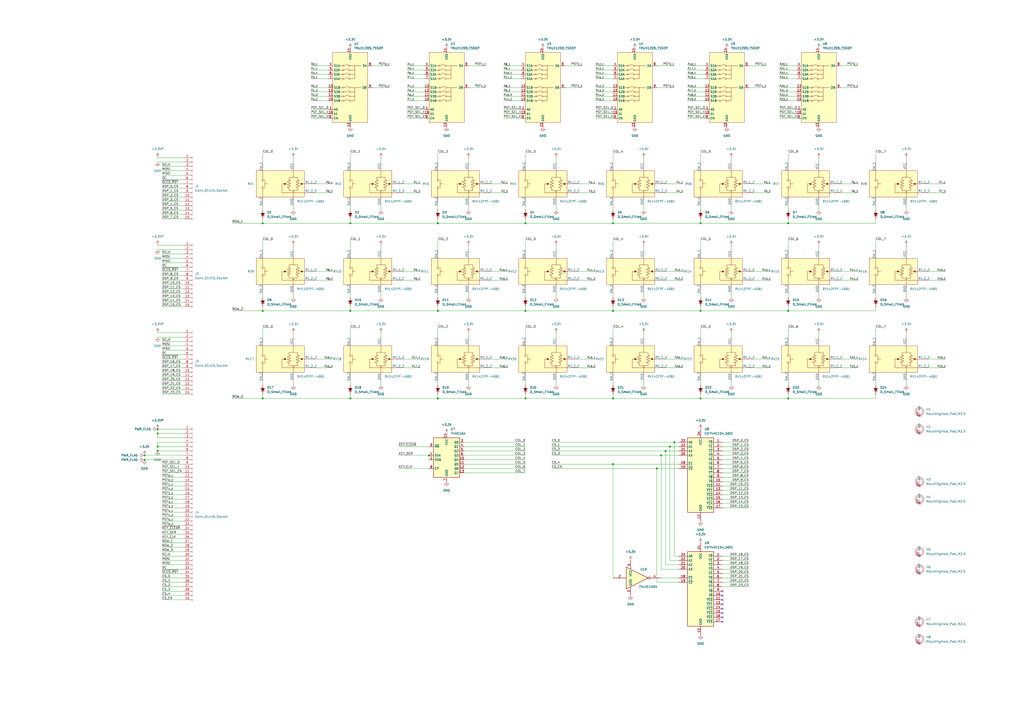
<source format=kicad_sch>
(kicad_sch (version 20230121) (generator eeschema)
  (paper "A2")
  (junction (at 152.4 180.34))
  (junction (at 254 180.34))
  (junction (at 386.08 261.62))
  (junction (at 355.6 180.34))
  (junction (at 406.4 231.14))
  (junction (at 381 271.78))
  (junction (at 457.2 231.14))
  (junction (at 91.44 248.92))
  (junction (at 304.8 180.34))
  (junction (at 203.2 231.14))
  (junction (at 457.2 180.34))
  (junction (at 355.6 269.24))
  (junction (at 254 231.14))
  (junction (at 203.2 129.54))
  (junction (at 388.62 259.08))
  (junction (at 152.4 231.14))
  (junction (at 91.44 251.46))
  (junction (at 91.44 259.08))
  (junction (at 406.4 129.54))
  (junction (at 254 129.54))
  (junction (at 203.2 180.34))
  (junction (at 248.92 264.16))
  (junction (at 355.6 231.14))
  (junction (at 83.82 266.7))
  (junction (at 391.16 256.54))
  (junction (at 152.4 129.54))
  (junction (at 304.8 129.54))
  (junction (at 83.82 264.16))
  (junction (at 457.2 129.54))
  (junction (at 91.44 261.62))
  (junction (at 304.8 231.14))
  (junction (at 406.4 180.34))
  (junction (at 383.54 264.16))
  (junction (at 355.6 129.54))
  (no_connect (at 533.4 322.58))
  (no_connect (at 419.1 360.68))
  (no_connect (at 419.1 353.06))
  (no_connect (at 533.4 373.38))
  (no_connect (at 419.1 345.44))
  (no_connect (at 419.1 350.52))
  (no_connect (at 533.4 332.74))
  (no_connect (at 419.1 347.98))
  (no_connect (at 533.4 251.46))
  (no_connect (at 533.4 363.22))
  (no_connect (at 419.1 358.14))
  (no_connect (at 533.4 281.94))
  (no_connect (at 419.1 342.9))
  (no_connect (at 533.4 241.3))
  (no_connect (at 419.1 355.6))
  (no_connect (at 533.4 292.1))
  (wire (pts (xy 398.78 50.8) (xy 408.94 50.8)))
  (wire (pts (xy 93.98 274.32) (xy 106.68 274.32)))
  (wire (pts (xy 386.08 157.48) (xy 396.24 157.48)))
  (wire (pts (xy 436.88 213.36) (xy 447.04 213.36)))
  (wire (pts (xy 388.62 259.08) (xy 393.7 259.08)))
  (wire (pts (xy 203.2 139.7) (xy 203.2 144.78)))
  (wire (pts (xy 436.88 208.28) (xy 447.04 208.28)))
  (wire (pts (xy 292.1 58.42) (xy 302.26 58.42)))
  (wire (pts (xy 106.68 256.54) (xy 91.44 256.54)))
  (wire (pts (xy 284.48 208.28) (xy 294.64 208.28)))
  (wire (pts (xy 457.2 88.9) (xy 457.2 93.98)))
  (wire (pts (xy 398.78 53.34) (xy 408.94 53.34)))
  (wire (pts (xy 180.34 43.18) (xy 190.5 43.18)))
  (wire (pts (xy 271.78 193.04) (xy 271.78 195.58)))
  (wire (pts (xy 419.1 332.74) (xy 434.34 332.74)))
  (wire (pts (xy 487.68 208.28) (xy 497.84 208.28)))
  (wire (pts (xy 419.1 276.86) (xy 434.34 276.86)))
  (wire (pts (xy 93.98 213.36) (xy 106.68 213.36)))
  (wire (pts (xy 419.1 292.1) (xy 434.34 292.1)))
  (wire (pts (xy 254 180.34) (xy 304.8 180.34)))
  (wire (pts (xy 236.22 40.64) (xy 246.38 40.64)))
  (wire (pts (xy 269.24 261.62) (xy 304.8 261.62)))
  (wire (pts (xy 452.12 53.34) (xy 462.28 53.34)))
  (wire (pts (xy 452.12 43.18) (xy 462.28 43.18)))
  (wire (pts (xy 373.38 119.38) (xy 373.38 121.92)))
  (wire (pts (xy 419.1 274.32) (xy 434.34 274.32)))
  (wire (pts (xy 93.98 116.84) (xy 106.68 116.84)))
  (wire (pts (xy 292.1 50.8) (xy 302.26 50.8)))
  (wire (pts (xy 419.1 281.94) (xy 434.34 281.94)))
  (wire (pts (xy 93.98 325.12) (xy 106.68 325.12)))
  (wire (pts (xy 457.2 139.7) (xy 457.2 144.78)))
  (wire (pts (xy 424.18 142.24) (xy 424.18 144.78)))
  (wire (pts (xy 487.68 162.56) (xy 497.84 162.56)))
  (wire (pts (xy 182.88 208.28) (xy 193.04 208.28)))
  (wire (pts (xy 434.34 50.8) (xy 444.5 50.8)))
  (wire (pts (xy 93.98 347.98) (xy 106.68 347.98)))
  (wire (pts (xy 292.1 53.34) (xy 302.26 53.34)))
  (wire (pts (xy 152.4 170.18) (xy 152.4 172.72)))
  (wire (pts (xy 93.98 294.64) (xy 106.68 294.64)))
  (wire (pts (xy 269.24 274.32) (xy 304.8 274.32)))
  (wire (pts (xy 180.34 68.58) (xy 190.5 68.58)))
  (wire (pts (xy 152.4 231.14) (xy 203.2 231.14)))
  (wire (pts (xy 91.44 259.08) (xy 91.44 261.62)))
  (wire (pts (xy 93.98 175.26) (xy 106.68 175.26)))
  (wire (pts (xy 91.44 256.54) (xy 91.44 259.08)))
  (wire (pts (xy 327.66 50.8) (xy 337.82 50.8)))
  (wire (pts (xy 91.44 261.62) (xy 106.68 261.62)))
  (wire (pts (xy 388.62 325.12) (xy 388.62 259.08)))
  (wire (pts (xy 93.98 124.46) (xy 106.68 124.46)))
  (wire (pts (xy 152.4 119.38) (xy 152.4 121.92)))
  (wire (pts (xy 406.4 129.54) (xy 457.2 129.54)))
  (wire (pts (xy 391.16 256.54) (xy 391.16 322.58)))
  (wire (pts (xy 373.38 91.44) (xy 373.38 93.98)))
  (wire (pts (xy 345.44 38.1) (xy 355.6 38.1)))
  (wire (pts (xy 424.18 91.44) (xy 424.18 93.98)))
  (wire (pts (xy 457.2 127) (xy 457.2 129.54)))
  (wire (pts (xy 254 170.18) (xy 254 172.72)))
  (wire (pts (xy 474.98 170.18) (xy 474.98 172.72)))
  (wire (pts (xy 474.98 193.04) (xy 474.98 195.58)))
  (wire (pts (xy 304.8 129.54) (xy 355.6 129.54)))
  (wire (pts (xy 182.88 162.56) (xy 193.04 162.56)))
  (wire (pts (xy 525.78 142.24) (xy 525.78 144.78)))
  (wire (pts (xy 254 139.7) (xy 254 144.78)))
  (wire (pts (xy 93.98 119.38) (xy 106.68 119.38)))
  (wire (pts (xy 203.2 129.54) (xy 254 129.54)))
  (wire (pts (xy 508 170.18) (xy 508 172.72)))
  (wire (pts (xy 327.66 38.1) (xy 337.82 38.1)))
  (wire (pts (xy 457.2 228.6) (xy 457.2 231.14)))
  (wire (pts (xy 393.7 322.58) (xy 391.16 322.58)))
  (wire (pts (xy 180.34 55.88) (xy 190.5 55.88)))
  (wire (pts (xy 419.1 261.62) (xy 434.34 261.62)))
  (wire (pts (xy 91.44 195.58) (xy 106.68 195.58)))
  (wire (pts (xy 203.2 177.8) (xy 203.2 180.34)))
  (wire (pts (xy 457.2 170.18) (xy 457.2 172.72)))
  (wire (pts (xy 508 119.38) (xy 508 121.92)))
  (wire (pts (xy 93.98 309.88) (xy 106.68 309.88)))
  (wire (pts (xy 538.48 106.68) (xy 548.64 106.68)))
  (wire (pts (xy 91.44 251.46) (xy 106.68 251.46)))
  (wire (pts (xy 320.04 259.08) (xy 388.62 259.08)))
  (wire (pts (xy 386.08 261.62) (xy 393.7 261.62)))
  (wire (pts (xy 91.44 251.46) (xy 91.44 254)))
  (wire (pts (xy 93.98 99.06) (xy 106.68 99.06)))
  (wire (pts (xy 269.24 259.08) (xy 304.8 259.08)))
  (wire (pts (xy 393.7 327.66) (xy 386.08 327.66)))
  (wire (pts (xy 93.98 177.8) (xy 106.68 177.8)))
  (wire (pts (xy 269.24 264.16) (xy 304.8 264.16)))
  (wire (pts (xy 335.28 106.68) (xy 345.44 106.68)))
  (wire (pts (xy 381 38.1) (xy 391.16 38.1)))
  (wire (pts (xy 254 88.9) (xy 254 93.98)))
  (wire (pts (xy 386.08 106.68) (xy 396.24 106.68)))
  (wire (pts (xy 93.98 307.34) (xy 106.68 307.34)))
  (wire (pts (xy 93.98 101.6) (xy 106.68 101.6)))
  (wire (pts (xy 203.2 190.5) (xy 203.2 195.58)))
  (wire (pts (xy 215.9 38.1) (xy 226.06 38.1)))
  (wire (pts (xy 220.98 119.38) (xy 220.98 121.92)))
  (wire (pts (xy 236.22 50.8) (xy 246.38 50.8)))
  (wire (pts (xy 203.2 88.9) (xy 203.2 93.98)))
  (wire (pts (xy 231.14 264.16) (xy 248.92 264.16)))
  (wire (pts (xy 508 190.5) (xy 508 195.58)))
  (wire (pts (xy 93.98 281.94) (xy 106.68 281.94)))
  (wire (pts (xy 271.78 220.98) (xy 271.78 223.52)))
  (wire (pts (xy 345.44 58.42) (xy 355.6 58.42)))
  (wire (pts (xy 93.98 109.22) (xy 106.68 109.22)))
  (wire (pts (xy 170.18 119.38) (xy 170.18 121.92)))
  (wire (pts (xy 304.8 88.9) (xy 304.8 93.98)))
  (wire (pts (xy 152.4 180.34) (xy 203.2 180.34)))
  (wire (pts (xy 203.2 231.14) (xy 254 231.14)))
  (wire (pts (xy 457.2 119.38) (xy 457.2 121.92)))
  (wire (pts (xy 180.34 58.42) (xy 190.5 58.42)))
  (wire (pts (xy 406.4 220.98) (xy 406.4 223.52)))
  (wire (pts (xy 93.98 223.52) (xy 106.68 223.52)))
  (wire (pts (xy 406.4 119.38) (xy 406.4 121.92)))
  (wire (pts (xy 93.98 106.68) (xy 106.68 106.68)))
  (wire (pts (xy 93.98 314.96) (xy 106.68 314.96)))
  (wire (pts (xy 284.48 213.36) (xy 294.64 213.36)))
  (wire (pts (xy 406.4 231.14) (xy 457.2 231.14)))
  (wire (pts (xy 355.6 180.34) (xy 406.4 180.34)))
  (wire (pts (xy 487.68 106.68) (xy 497.84 106.68)))
  (wire (pts (xy 419.1 289.56) (xy 434.34 289.56)))
  (wire (pts (xy 508 88.9) (xy 508 93.98)))
  (wire (pts (xy 93.98 172.72) (xy 106.68 172.72)))
  (wire (pts (xy 320.04 264.16) (xy 383.54 264.16)))
  (wire (pts (xy 93.98 335.28) (xy 106.68 335.28)))
  (wire (pts (xy 236.22 45.72) (xy 246.38 45.72)))
  (wire (pts (xy 93.98 114.3) (xy 106.68 114.3)))
  (wire (pts (xy 93.98 205.74) (xy 106.68 205.74)))
  (wire (pts (xy 419.1 269.24) (xy 434.34 269.24)))
  (wire (pts (xy 355.6 139.7) (xy 355.6 144.78)))
  (wire (pts (xy 93.98 160.02) (xy 106.68 160.02)))
  (wire (pts (xy 83.82 266.7) (xy 106.68 266.7)))
  (wire (pts (xy 93.98 203.2) (xy 106.68 203.2)))
  (wire (pts (xy 345.44 66.04) (xy 355.6 66.04)))
  (wire (pts (xy 271.78 50.8) (xy 281.94 50.8)))
  (wire (pts (xy 180.34 38.1) (xy 190.5 38.1)))
  (wire (pts (xy 93.98 340.36) (xy 106.68 340.36)))
  (wire (pts (xy 386.08 213.36) (xy 396.24 213.36)))
  (wire (pts (xy 525.78 91.44) (xy 525.78 93.98)))
  (wire (pts (xy 93.98 269.24) (xy 106.68 269.24)))
  (wire (pts (xy 398.78 68.58) (xy 408.94 68.58)))
  (wire (pts (xy 345.44 68.58) (xy 355.6 68.58)))
  (wire (pts (xy 236.22 66.04) (xy 246.38 66.04)))
  (wire (pts (xy 292.1 66.04) (xy 302.26 66.04)))
  (wire (pts (xy 419.1 264.16) (xy 434.34 264.16)))
  (wire (pts (xy 335.28 162.56) (xy 345.44 162.56)))
  (wire (pts (xy 525.78 119.38) (xy 525.78 121.92)))
  (wire (pts (xy 457.2 231.14) (xy 508 231.14)))
  (wire (pts (xy 322.58 220.98) (xy 322.58 223.52)))
  (wire (pts (xy 93.98 154.94) (xy 106.68 154.94)))
  (wire (pts (xy 322.58 142.24) (xy 322.58 144.78)))
  (wire (pts (xy 487.68 111.76) (xy 497.84 111.76)))
  (wire (pts (xy 419.1 279.4) (xy 434.34 279.4)))
  (wire (pts (xy 180.34 50.8) (xy 190.5 50.8)))
  (wire (pts (xy 304.8 180.34) (xy 355.6 180.34)))
  (wire (pts (xy 406.4 180.34) (xy 457.2 180.34)))
  (wire (pts (xy 170.18 91.44) (xy 170.18 93.98)))
  (wire (pts (xy 304.8 119.38) (xy 304.8 121.92)))
  (wire (pts (xy 406.4 228.6) (xy 406.4 231.14)))
  (wire (pts (xy 93.98 165.1) (xy 106.68 165.1)))
  (wire (pts (xy 406.4 190.5) (xy 406.4 195.58)))
  (wire (pts (xy 271.78 119.38) (xy 271.78 121.92)))
  (wire (pts (xy 508 228.6) (xy 508 231.14)))
  (wire (pts (xy 248.92 264.16) (xy 248.92 266.7)))
  (wire (pts (xy 292.1 43.18) (xy 302.26 43.18)))
  (wire (pts (xy 233.68 157.48) (xy 243.84 157.48)))
  (wire (pts (xy 292.1 55.88) (xy 302.26 55.88)))
  (wire (pts (xy 419.1 337.82) (xy 434.34 337.82)))
  (wire (pts (xy 383.54 264.16) (xy 393.7 264.16)))
  (wire (pts (xy 93.98 297.18) (xy 106.68 297.18)))
  (wire (pts (xy 93.98 337.82) (xy 106.68 337.82)))
  (wire (pts (xy 452.12 55.88) (xy 462.28 55.88)))
  (wire (pts (xy 345.44 63.5) (xy 355.6 63.5)))
  (wire (pts (xy 381 271.78) (xy 381 337.82)))
  (wire (pts (xy 335.28 208.28) (xy 345.44 208.28)))
  (wire (pts (xy 398.78 40.64) (xy 408.94 40.64)))
  (wire (pts (xy 220.98 193.04) (xy 220.98 195.58)))
  (wire (pts (xy 508 139.7) (xy 508 144.78)))
  (wire (pts (xy 93.98 157.48) (xy 106.68 157.48)))
  (wire (pts (xy 398.78 66.04) (xy 408.94 66.04)))
  (wire (pts (xy 335.28 111.76) (xy 345.44 111.76)))
  (wire (pts (xy 345.44 55.88) (xy 355.6 55.88)))
  (wire (pts (xy 91.44 193.04) (xy 106.68 193.04)))
  (wire (pts (xy 203.2 180.34) (xy 254 180.34)))
  (wire (pts (xy 254 190.5) (xy 254 195.58)))
  (wire (pts (xy 271.78 170.18) (xy 271.78 172.72)))
  (wire (pts (xy 152.4 228.6) (xy 152.4 231.14)))
  (wire (pts (xy 386.08 111.76) (xy 396.24 111.76)))
  (wire (pts (xy 320.04 269.24) (xy 355.6 269.24)))
  (wire (pts (xy 269.24 266.7) (xy 304.8 266.7)))
  (wire (pts (xy 474.98 142.24) (xy 474.98 144.78)))
  (wire (pts (xy 304.8 139.7) (xy 304.8 144.78)))
  (wire (pts (xy 152.4 139.7) (xy 152.4 144.78)))
  (wire (pts (xy 320.04 256.54) (xy 391.16 256.54)))
  (wire (pts (xy 93.98 345.44) (xy 106.68 345.44)))
  (wire (pts (xy 292.1 63.5) (xy 302.26 63.5)))
  (wire (pts (xy 180.34 63.5) (xy 190.5 63.5)))
  (wire (pts (xy 508 127) (xy 508 129.54)))
  (wire (pts (xy 284.48 106.68) (xy 294.64 106.68)))
  (wire (pts (xy 398.78 63.5) (xy 408.94 63.5)))
  (wire (pts (xy 320.04 261.62) (xy 386.08 261.62)))
  (wire (pts (xy 487.68 157.48) (xy 497.84 157.48)))
  (wire (pts (xy 304.8 177.8) (xy 304.8 180.34)))
  (wire (pts (xy 419.1 335.28) (xy 434.34 335.28)))
  (wire (pts (xy 93.98 322.58) (xy 106.68 322.58)))
  (wire (pts (xy 393.7 330.2) (xy 383.54 330.2)))
  (wire (pts (xy 355.6 177.8) (xy 355.6 180.34)))
  (wire (pts (xy 386.08 162.56) (xy 396.24 162.56)))
  (wire (pts (xy 93.98 312.42) (xy 106.68 312.42)))
  (wire (pts (xy 386.08 327.66) (xy 386.08 261.62)))
  (wire (pts (xy 233.68 213.36) (xy 243.84 213.36)))
  (wire (pts (xy 436.88 162.56) (xy 447.04 162.56)))
  (wire (pts (xy 152.4 220.98) (xy 152.4 223.52)))
  (wire (pts (xy 525.78 220.98) (xy 525.78 223.52)))
  (wire (pts (xy 335.28 213.36) (xy 345.44 213.36)))
  (wire (pts (xy 373.38 193.04) (xy 373.38 195.58)))
  (wire (pts (xy 134.62 129.54) (xy 152.4 129.54)))
  (wire (pts (xy 93.98 271.78) (xy 106.68 271.78)))
  (wire (pts (xy 355.6 228.6) (xy 355.6 231.14)))
  (wire (pts (xy 180.34 45.72) (xy 190.5 45.72)))
  (wire (pts (xy 93.98 121.92) (xy 106.68 121.92)))
  (wire (pts (xy 345.44 53.34) (xy 355.6 53.34)))
  (wire (pts (xy 269.24 256.54) (xy 304.8 256.54)))
  (wire (pts (xy 93.98 104.14) (xy 106.68 104.14)))
  (wire (pts (xy 170.18 193.04) (xy 170.18 195.58)))
  (wire (pts (xy 386.08 208.28) (xy 396.24 208.28)))
  (wire (pts (xy 304.8 127) (xy 304.8 129.54)))
  (wire (pts (xy 106.68 254) (xy 91.44 254)))
  (wire (pts (xy 419.1 340.36) (xy 434.34 340.36)))
  (wire (pts (xy 233.68 208.28) (xy 243.84 208.28)))
  (wire (pts (xy 93.98 218.44) (xy 106.68 218.44)))
  (wire (pts (xy 254 119.38) (xy 254 121.92)))
  (wire (pts (xy 106.68 248.92) (xy 91.44 248.92)))
  (wire (pts (xy 93.98 302.26) (xy 106.68 302.26)))
  (wire (pts (xy 419.1 284.48) (xy 434.34 284.48)))
  (wire (pts (xy 419.1 294.64) (xy 434.34 294.64)))
  (wire (pts (xy 93.98 111.76) (xy 106.68 111.76)))
  (wire (pts (xy 236.22 43.18) (xy 246.38 43.18)))
  (wire (pts (xy 393.7 337.82) (xy 381 337.82)))
  (wire (pts (xy 91.44 91.44) (xy 106.68 91.44)))
  (wire (pts (xy 93.98 317.5) (xy 106.68 317.5)))
  (wire (pts (xy 93.98 292.1) (xy 106.68 292.1)))
  (wire (pts (xy 93.98 210.82) (xy 106.68 210.82)))
  (wire (pts (xy 452.12 63.5) (xy 462.28 63.5)))
  (wire (pts (xy 474.98 119.38) (xy 474.98 121.92)))
  (wire (pts (xy 424.18 170.18) (xy 424.18 172.72)))
  (wire (pts (xy 93.98 330.2) (xy 106.68 330.2)))
  (wire (pts (xy 508 177.8) (xy 508 180.34)))
  (wire (pts (xy 254 127) (xy 254 129.54)))
  (wire (pts (xy 398.78 58.42) (xy 408.94 58.42)))
  (wire (pts (xy 398.78 45.72) (xy 408.94 45.72)))
  (wire (pts (xy 487.68 50.8) (xy 497.84 50.8)))
  (wire (pts (xy 180.34 40.64) (xy 190.5 40.64)))
  (wire (pts (xy 419.1 330.2) (xy 434.34 330.2)))
  (wire (pts (xy 215.9 50.8) (xy 226.06 50.8)))
  (wire (pts (xy 487.68 213.36) (xy 497.84 213.36)))
  (wire (pts (xy 236.22 58.42) (xy 246.38 58.42)))
  (wire (pts (xy 93.98 198.12) (xy 106.68 198.12)))
  (wire (pts (xy 93.98 327.66) (xy 106.68 327.66)))
  (wire (pts (xy 93.98 147.32) (xy 106.68 147.32)))
  (wire (pts (xy 452.12 40.64) (xy 462.28 40.64)))
  (wire (pts (xy 134.62 180.34) (xy 152.4 180.34)))
  (wire (pts (xy 452.12 45.72) (xy 462.28 45.72)))
  (wire (pts (xy 538.48 208.28) (xy 548.64 208.28)))
  (wire (pts (xy 304.8 170.18) (xy 304.8 172.72)))
  (wire (pts (xy 220.98 170.18) (xy 220.98 172.72)))
  (wire (pts (xy 93.98 208.28) (xy 106.68 208.28)))
  (wire (pts (xy 152.4 129.54) (xy 203.2 129.54)))
  (wire (pts (xy 254 231.14) (xy 304.8 231.14)))
  (wire (pts (xy 93.98 162.56) (xy 106.68 162.56)))
  (wire (pts (xy 436.88 157.48) (xy 447.04 157.48)))
  (wire (pts (xy 538.48 162.56) (xy 548.64 162.56)))
  (wire (pts (xy 292.1 38.1) (xy 302.26 38.1)))
  (wire (pts (xy 436.88 111.76) (xy 447.04 111.76)))
  (wire (pts (xy 93.98 284.48) (xy 106.68 284.48)))
  (wire (pts (xy 271.78 142.24) (xy 271.78 144.78)))
  (wire (pts (xy 419.1 266.7) (xy 434.34 266.7)))
  (wire (pts (xy 304.8 228.6) (xy 304.8 231.14)))
  (wire (pts (xy 182.88 111.76) (xy 193.04 111.76)))
  (wire (pts (xy 93.98 332.74) (xy 106.68 332.74)))
  (wire (pts (xy 203.2 220.98) (xy 203.2 223.52)))
  (wire (pts (xy 93.98 200.66) (xy 106.68 200.66)))
  (wire (pts (xy 93.98 289.56) (xy 106.68 289.56)))
  (wire (pts (xy 304.8 220.98) (xy 304.8 223.52)))
  (wire (pts (xy 424.18 119.38) (xy 424.18 121.92)))
  (wire (pts (xy 457.2 129.54) (xy 508 129.54)))
  (wire (pts (xy 93.98 299.72) (xy 106.68 299.72)))
  (wire (pts (xy 93.98 170.18) (xy 106.68 170.18)))
  (wire (pts (xy 391.16 256.54) (xy 393.7 256.54)))
  (wire (pts (xy 271.78 91.44) (xy 271.78 93.98)))
  (wire (pts (xy 91.44 142.24) (xy 106.68 142.24)))
  (wire (pts (xy 284.48 157.48) (xy 294.64 157.48)))
  (wire (pts (xy 304.8 190.5) (xy 304.8 195.58)))
  (wire (pts (xy 457.2 177.8) (xy 457.2 180.34)))
  (wire (pts (xy 233.68 162.56) (xy 243.84 162.56)))
  (wire (pts (xy 93.98 287.02) (xy 106.68 287.02)))
  (wire (pts (xy 182.88 213.36) (xy 193.04 213.36)))
  (wire (pts (xy 355.6 190.5) (xy 355.6 195.58)))
  (wire (pts (xy 93.98 152.4) (xy 106.68 152.4)))
  (wire (pts (xy 93.98 320.04) (xy 106.68 320.04)))
  (wire (pts (xy 152.4 190.5) (xy 152.4 195.58)))
  (wire (pts (xy 452.12 66.04) (xy 462.28 66.04)))
  (wire (pts (xy 220.98 220.98) (xy 220.98 223.52)))
  (wire (pts (xy 452.12 68.58) (xy 462.28 68.58)))
  (wire (pts (xy 406.4 170.18) (xy 406.4 172.72)))
  (wire (pts (xy 134.62 231.14) (xy 152.4 231.14)))
  (wire (pts (xy 419.1 271.78) (xy 434.34 271.78)))
  (wire (pts (xy 345.44 45.72) (xy 355.6 45.72)))
  (wire (pts (xy 203.2 119.38) (xy 203.2 121.92)))
  (wire (pts (xy 355.6 129.54) (xy 406.4 129.54)))
  (wire (pts (xy 182.88 106.68) (xy 193.04 106.68)))
  (wire (pts (xy 508 220.98) (xy 508 223.52)))
  (wire (pts (xy 93.98 96.52) (xy 106.68 96.52)))
  (wire (pts (xy 373.38 170.18) (xy 373.38 172.72)))
  (wire (pts (xy 525.78 193.04) (xy 525.78 195.58)))
  (wire (pts (xy 292.1 68.58) (xy 302.26 68.58)))
  (wire (pts (xy 170.18 220.98) (xy 170.18 223.52)))
  (wire (pts (xy 292.1 40.64) (xy 302.26 40.64)))
  (wire (pts (xy 355.6 88.9) (xy 355.6 93.98)))
  (wire (pts (xy 355.6 231.14) (xy 406.4 231.14)))
  (wire (pts (xy 152.4 177.8) (xy 152.4 180.34)))
  (wire (pts (xy 91.44 248.92) (xy 91.44 251.46)))
  (wire (pts (xy 236.22 63.5) (xy 246.38 63.5)))
  (wire (pts (xy 93.98 226.06) (xy 106.68 226.06)))
  (wire (pts (xy 452.12 50.8) (xy 462.28 50.8)))
  (wire (pts (xy 182.88 157.48) (xy 193.04 157.48)))
  (wire (pts (xy 538.48 157.48) (xy 548.64 157.48)))
  (wire (pts (xy 474.98 220.98) (xy 474.98 223.52)))
  (wire (pts (xy 487.68 38.1) (xy 497.84 38.1)))
  (wire (pts (xy 236.22 38.1) (xy 246.38 38.1)))
  (wire (pts (xy 170.18 170.18) (xy 170.18 172.72)))
  (wire (pts (xy 419.1 256.54) (xy 434.34 256.54)))
  (wire (pts (xy 322.58 170.18) (xy 322.58 172.72)))
  (wire (pts (xy 269.24 269.24) (xy 304.8 269.24)))
  (wire (pts (xy 106.68 259.08) (xy 91.44 259.08)))
  (wire (pts (xy 304.8 231.14) (xy 355.6 231.14)))
  (wire (pts (xy 419.1 325.12) (xy 434.34 325.12)))
  (wire (pts (xy 406.4 88.9) (xy 406.4 93.98)))
  (wire (pts (xy 373.38 220.98) (xy 373.38 223.52)))
  (wire (pts (xy 406.4 139.7) (xy 406.4 144.78)))
  (wire (pts (xy 93.98 220.98) (xy 106.68 220.98)))
  (wire (pts (xy 93.98 127) (xy 106.68 127)))
  (wire (pts (xy 271.78 38.1) (xy 281.94 38.1)))
  (wire (pts (xy 398.78 38.1) (xy 408.94 38.1)))
  (wire (pts (xy 525.78 170.18) (xy 525.78 172.72)))
  (wire (pts (xy 233.68 106.68) (xy 243.84 106.68)))
  (wire (pts (xy 91.44 144.78) (xy 106.68 144.78)))
  (wire (pts (xy 292.1 45.72) (xy 302.26 45.72)))
  (wire (pts (xy 355.6 269.24) (xy 355.6 335.28)))
  (wire (pts (xy 203.2 228.6) (xy 203.2 231.14)))
  (wire (pts (xy 419.1 327.66) (xy 434.34 327.66)))
  (wire (pts (xy 452.12 38.1) (xy 462.28 38.1)))
  (wire (pts (xy 93.98 279.4) (xy 106.68 279.4)))
  (wire (pts (xy 345.44 43.18) (xy 355.6 43.18)))
  (wire (pts (xy 474.98 91.44) (xy 474.98 93.98)))
  (wire (pts (xy 538.48 111.76) (xy 548.64 111.76)))
  (wire (pts (xy 233.68 111.76) (xy 243.84 111.76)))
  (wire (pts (xy 220.98 142.24) (xy 220.98 144.78)))
  (wire (pts (xy 457.2 180.34) (xy 508 180.34)))
  (wire (pts (xy 381 271.78) (xy 393.7 271.78)))
  (wire (pts (xy 393.7 325.12) (xy 388.62 325.12)))
  (wire (pts (xy 203.2 127) (xy 203.2 129.54)))
  (wire (pts (xy 93.98 304.8) (xy 106.68 304.8)))
  (wire (pts (xy 452.12 58.42) (xy 462.28 58.42)))
  (wire (pts (xy 269.24 271.78) (xy 304.8 271.78)))
  (wire (pts (xy 398.78 55.88) (xy 408.94 55.88)))
  (wire (pts (xy 538.48 213.36) (xy 548.64 213.36)))
  (wire (pts (xy 93.98 149.86) (xy 106.68 149.86)))
  (wire (pts (xy 236.22 53.34) (xy 246.38 53.34)))
  (wire (pts (xy 406.4 127) (xy 406.4 129.54)))
  (wire (pts (xy 93.98 342.9) (xy 106.68 342.9)))
  (wire (pts (xy 322.58 91.44) (xy 322.58 93.98)))
  (wire (pts (xy 345.44 40.64) (xy 355.6 40.64)))
  (wire (pts (xy 284.48 162.56) (xy 294.64 162.56)))
  (wire (pts (xy 254 177.8) (xy 254 180.34)))
  (wire (pts (xy 320.04 271.78) (xy 381 271.78)))
  (wire (pts (xy 322.58 193.04) (xy 322.58 195.58)))
  (wire (pts (xy 424.18 220.98) (xy 424.18 223.52)))
  (wire (pts (xy 419.1 259.08) (xy 434.34 259.08)))
  (wire (pts (xy 355.6 220.98) (xy 355.6 223.52)))
  (wire (pts (xy 434.34 38.1) (xy 444.5 38.1)))
  (wire (pts (xy 355.6 170.18) (xy 355.6 172.72)))
  (wire (pts (xy 203.2 170.18) (xy 203.2 172.72)))
  (wire (pts (xy 93.98 228.6) (xy 106.68 228.6)))
  (wire (pts (xy 152.4 88.9) (xy 152.4 93.98)))
  (wire (pts (xy 398.78 43.18) (xy 408.94 43.18)))
  (wire (pts (xy 180.34 66.04) (xy 190.5 66.04)))
  (wire (pts (xy 220.98 91.44) (xy 220.98 93.98)))
  (wire (pts (xy 383.54 330.2) (xy 383.54 264.16)))
  (wire (pts (xy 345.44 50.8) (xy 355.6 50.8)))
  (wire (pts (xy 457.2 190.5) (xy 457.2 195.58)))
  (wire (pts (xy 355.6 119.38) (xy 355.6 121.92)))
  (wire (pts (xy 231.14 259.08) (xy 248.92 259.08)))
  (wire (pts (xy 170.18 142.24) (xy 170.18 144.78)))
  (wire (pts (xy 355.6 127) (xy 355.6 129.54)))
  (wire (pts (xy 457.2 220.98) (xy 457.2 223.52)))
  (wire (pts (xy 436.88 106.68) (xy 447.04 106.68)))
  (wire (pts (xy 335.28 157.48) (xy 345.44 157.48)))
  (wire (pts (xy 254 228.6) (xy 254 231.14)))
  (wire (pts (xy 373.38 142.24) (xy 373.38 144.78)))
  (wire (pts (xy 83.82 264.16) (xy 106.68 264.16)))
  (wire (pts (xy 383.54 335.28) (xy 393.7 335.28)))
  (wire (pts (xy 93.98 215.9) (xy 106.68 215.9)))
  (wire (pts (xy 93.98 167.64) (xy 106.68 167.64)))
  (wire (pts (xy 91.44 93.98) (xy 106.68 93.98)))
  (wire (pts (xy 236.22 68.58) (xy 246.38 68.58)))
  (wire (pts (xy 254 129.54) (xy 304.8 129.54)))
  (wire (pts (xy 322.58 119.38) (xy 322.58 121.92)))
  (wire (pts (xy 419.1 287.02) (xy 434.34 287.02)))
  (wire (pts (xy 180.34 53.34) (xy 190.5 53.34)))
  (wire (pts (xy 406.4 177.8) (xy 406.4 180.34)))
  (wire (pts (xy 236.22 55.88) (xy 246.38 55.88)))
  (wire (pts (xy 231.14 271.78) (xy 248.92 271.78)))
  (wire (pts (xy 393.7 269.24) (xy 355.6 269.24)))
  (wire (pts (xy 284.48 111.76) (xy 294.64 111.76)))
  (wire (pts (xy 381 50.8) (xy 391.16 50.8)))
  (wire (pts (xy 424.18 193.04) (xy 424.18 195.58)))
  (wire (pts (xy 254 220.98) (xy 254 223.52)))
  (wire (pts (xy 93.98 276.86) (xy 106.68 276.86)))
  (wire (pts (xy 152.4 127) (xy 152.4 129.54)))
  (wire (pts (xy 419.1 322.58) (xy 434.34 322.58)))
  (label "POT_SEL_1" (at 398.78 66.04 0))
  (label "DSP_10_CS" (at 93.98 165.1 0))
  (label "A_{15_1}" (at 345.44 45.72 0))
  (label "A_{18_2}" (at 398.78 55.88 0))
  (label "DSP_0_CS" (at 93.98 109.22 0))
  (label "~{OLED_RST}" (at 93.98 332.74 0))
  (label "A_{15_2}" (at 345.44 58.42 0))
  (label "COL_1" (at 203.2 190.5 0))
  (label "MISO" (at 93.98 152.4 0))
  (label "A_{20_1}" (at 452.12 38.1 0))
  (label "MISO" (at 93.98 101.6 0))
  (label "A_{23_1}" (at 548.64 208.28 180))
  (label "CS_4" (at 93.98 345.44 0))
  (label "DSP_7_CS" (at 93.98 127 0))
  (label "POT_{3_2}" (at 93.98 294.64 0))
  (label "POT_SEL_0" (at 180.34 63.5 0))
  (label "A_{5_1}" (at 236.22 40.64 0))
  (label "ROW_1" (at 134.62 129.54 0))
  (label "DSP_2_CS" (at 93.98 114.3 0))
  (label "DSP_1_CS" (at 93.98 111.76 0))
  (label "COL_4" (at 355.6 190.5 0))
  (label "A_{22_2}" (at 452.12 55.88 0))
  (label "POT_{1_1}" (at 281.94 38.1 180))
  (label "A_{8_2}" (at 292.1 50.8 0))
  (label "DSP_9_CS" (at 93.98 162.56 0))
  (label "POT_{2_2}" (at 93.98 289.56 0))
  (label "A_{7_2}" (at 236.22 58.42 0))
  (label "COL_5" (at 406.4 88.9 0))
  (label "COL_7" (at 304.8 274.32 180))
  (label "A_{20_2}" (at 396.24 213.36 180))
  (label "POT_SEL_EN" (at 452.12 68.58 0))
  (label "A_{16_1}" (at 193.04 208.28 180))
  (label "A_{21_2}" (at 447.04 213.36 180))
  (label "DSP_8_CS" (at 434.34 276.86 180))
  (label "A_{4_2}" (at 236.22 50.8 0))
  (label "POT_{5_2}" (at 497.84 50.8 180))
  (label "COL_1" (at 304.8 259.08 180))
  (label "A_{14_1}" (at 345.44 43.18 0))
  (label "COL_1" (at 203.2 88.9 0))
  (label "A_{3_2}" (at 180.34 58.42 0))
  (label "A_{14_2}" (at 497.84 162.56 180))
  (label "A_{19_2}" (at 398.78 58.42 0))
  (label "A_{11_2}" (at 292.1 58.42 0))
  (label "A_{8_1}" (at 193.04 157.48 180))
  (label "A_{7_1}" (at 236.22 45.72 0))
  (label "A_{2_1}" (at 180.34 43.18 0))
  (label "DSP_18_CS" (at 434.34 327.66 180))
  (label "COL_5" (at 406.4 139.7 0))
  (label "A_{0_1}" (at 193.04 106.68 180))
  (label "DSP_1_CS" (at 434.34 259.08 180))
  (label "A_{1_2}" (at 180.34 53.34 0))
  (label "A_{10_1}" (at 294.64 157.48 180))
  (label "A_{0_1}" (at 180.34 38.1 0))
  (label "COL_2" (at 254 190.5 0))
  (label "A_{16_1}" (at 398.78 38.1 0))
  (label "POT_SEL_0" (at 236.22 63.5 0))
  (label "DC" (at 93.98 205.74 0))
  (label "COL_4" (at 355.6 139.7 0))
  (label "DSP_23_CS" (at 434.34 340.36 180))
  (label "A_{14_1}" (at 497.84 157.48 180))
  (label "POT_{2_2}" (at 337.82 50.8 180))
  (label "POT_{5_1}" (at 497.84 38.1 180))
  (label "A_{6_1}" (at 236.22 43.18 0))
  (label "A_{4_1}" (at 236.22 38.1 0))
  (label "A_{9_2}" (at 243.84 162.56 180))
  (label "POT_{2_1}" (at 93.98 287.02 0))
  (label "ROW_1" (at 93.98 314.96 0))
  (label "COL_5" (at 304.8 269.24 180))
  (label "DSP_21_CS" (at 93.98 223.52 0))
  (label "A_{23_2}" (at 548.64 213.36 180))
  (label "DC" (at 93.98 154.94 0))
  (label "A_{12_2}" (at 396.24 162.56 180))
  (label "A_{18_2}" (at 294.64 213.36 180))
  (label "A_{13_2}" (at 345.44 53.34 0))
  (label "KEY_CLK" (at 231.14 271.78 0))
  (label "POT_SEL_0" (at 345.44 63.5 0))
  (label "A_{21_1}" (at 447.04 208.28 180))
  (label "POT_SEL_EN" (at 180.34 68.58 0))
  (label "DC" (at 93.98 104.14 0))
  (label "DSP_21_CS" (at 434.34 335.28 180))
  (label "POT_{0_2}" (at 226.06 50.8 180))
  (label "POT_SEL_0" (at 292.1 63.5 0))
  (label "DSP_15_CS" (at 93.98 177.8 0))
  (label "A_{23_1}" (at 452.12 45.72 0))
  (label "DSP_14_CS" (at 434.34 292.1 180))
  (label "A_{2_2}" (at 180.34 55.88 0))
  (label "A_{4_2}" (at 396.24 111.76 180))
  (label "ROW_3" (at 134.62 231.14 0))
  (label "SCLK" (at 93.98 198.12 0))
  (label "POT_{4_1}" (at 444.5 38.1 180))
  (label "DSP_6_CS" (at 93.98 124.46 0))
  (label "A_{22_2}" (at 497.84 213.36 180))
  (label "DSP_4_CS" (at 434.34 266.7 180))
  (label "POT_{4_1}" (at 93.98 297.18 0))
  (label "POT_{0_2}" (at 93.98 279.4 0))
  (label "A_{15_1}" (at 548.64 157.48 180))
  (label "COL_3" (at 304.8 264.16 180))
  (label "DSP_23_CS" (at 93.98 228.6 0))
  (label "POT_SEL_1" (at 93.98 271.78 0))
  (label "CS_2" (at 93.98 340.36 0))
  (label "POT_SEL_EN" (at 398.78 68.58 0))
  (label "DSP_17_CS" (at 93.98 213.36 0))
  (label "A_{17_2}" (at 398.78 53.34 0))
  (label "CS_EN" (at 320.04 271.78 0))
  (label "COL_0" (at 304.8 256.54 180))
  (label "A_{21_2}" (at 452.12 53.34 0))
  (label "CS_0" (at 320.04 256.54 0))
  (label "POT_SEL_1" (at 292.1 66.04 0))
  (label "~{OLED_RST}" (at 93.98 208.28 0))
  (label "POT_{3_1}" (at 391.16 38.1 180))
  (label "MOSI" (at 93.98 200.66 0))
  (label "COL_3" (at 304.8 139.7 0))
  (label "POT_{1_2}" (at 281.94 50.8 180))
  (label "A_{12_1}" (at 396.24 157.48 180))
  (label "POT_{2_1}" (at 337.82 38.1 180))
  (label "A_{7_2}" (at 548.64 111.76 180))
  (label "DSP_3_CS" (at 434.34 264.16 180))
  (label "MOSI" (at 93.98 325.12 0))
  (label "A_{11_1}" (at 345.44 157.48 180))
  (label "A_{2_2}" (at 294.64 111.76 180))
  (label "A_{6_1}" (at 497.84 106.68 180))
  (label "COL_0" (at 152.4 139.7 0))
  (label "POT_{4_2}" (at 93.98 299.72 0))
  (label "DSP_20_CS" (at 434.34 332.74 180))
  (label "POT_SEL_EN" (at 292.1 68.58 0))
  (label "A_{5_2}" (at 236.22 53.34 0))
  (label "A_{10_1}" (at 292.1 43.18 0))
  (label "DSP_22_CS" (at 93.98 226.06 0))
  (label "POT_{0_1}" (at 93.98 276.86 0))
  (label "COL_1" (at 203.2 139.7 0))
  (label "A_{19_1}" (at 398.78 45.72 0))
  (label "A_{9_1}" (at 243.84 157.48 180))
  (label "DSP_22_CS" (at 434.34 337.82 180))
  (label "DSP_12_CS" (at 434.34 287.02 180))
  (label "DSP_7_CS" (at 434.34 274.32 180))
  (label "KEY_CLK" (at 93.98 312.42 0))
  (label "A_{19_2}" (at 345.44 213.36 180))
  (label "DSP_5_CS" (at 93.98 121.92 0))
  (label "DSP_13_CS" (at 434.34 289.56 180))
  (label "POT_SEL_1" (at 452.12 66.04 0))
  (label "DSP_3_CS" (at 93.98 116.84 0))
  (label "A_{13_1}" (at 345.44 40.64 0))
  (label "POT_SEL_1" (at 345.44 66.04 0))
  (label "COL_4" (at 355.6 88.9 0))
  (label "A_{2_1}" (at 294.64 106.68 180))
  (label "CS_2" (at 320.04 261.62 0))
  (label "COL_7" (at 508 88.9 0))
  (label "A_{6_2}" (at 236.22 55.88 0))
  (label "DSP_2_CS" (at 434.34 261.62 180))
  (label "DSP_15_CS" (at 434.34 294.64 180))
  (label "A_{17_2}" (at 243.84 213.36 180))
  (label "POT_SEL_EN" (at 345.44 68.58 0))
  (label "A_{6_2}" (at 497.84 111.76 180))
  (label "CS_0" (at 93.98 335.28 0))
  (label "DSP_10_CS" (at 434.34 281.94 180))
  (label "POT_{1_2}" (at 93.98 284.48 0))
  (label "A_{10_2}" (at 292.1 55.88 0))
  (label "DSP_20_CS" (at 93.98 220.98 0))
  (label "~{OLED_RST}" (at 93.98 106.68 0))
  (label "KEY_SER" (at 93.98 309.88 0))
  (label "A_{15_2}" (at 548.64 162.56 180))
  (label "SCLK" (at 93.98 96.52 0))
  (label "A_{17_1}" (at 398.78 40.64 0))
  (label "DSP_19_CS" (at 434.34 330.2 180))
  (label "A_{1_1}" (at 243.84 106.68 180))
  (label "POT_SEL_0" (at 398.78 63.5 0))
  (label "MOSI" (at 93.98 149.86 0))
  (label "A_{9_1}" (at 292.1 40.64 0))
  (label "POT_SEL_EN" (at 236.22 68.58 0))
  (label "A_{4_1}" (at 396.24 106.68 180))
  (label "COL_2" (at 254 88.9 0))
  (label "CS_3" (at 93.98 342.9 0))
  (label "COL_6" (at 457.2 139.7 0))
  (label "A_{11_2}" (at 345.44 162.56 180))
  (label "DSP_19_CS" (at 93.98 218.44 0))
  (label "DSP_14_CS" (at 93.98 175.26 0))
  (label "COL_0" (at 152.4 88.9 0))
  (label "A_{3_1}" (at 180.34 45.72 0))
  (label "ROW_2" (at 93.98 317.5 0))
  (label "A_{8_1}" (at 292.1 38.1 0))
  (label "POT_{4_2}" (at 444.5 50.8 180))
  (label "POT_{3_2}" (at 391.16 50.8 180))
  (label "MOSI" (at 93.98 99.06 0))
  (label "A_{12_2}" (at 345.44 50.8 0))
  (label "DSP_6_CS" (at 434.34 271.78 180))
  (label "DSP_4_CS" (at 93.98 119.38 0))
  (label "DSP_17_CS" (at 434.34 325.12 180))
  (label "A_{0_2}" (at 180.34 50.8 0))
  (label "A_{0_2}" (at 193.04 111.76 180))
  (label "CS_1" (at 93.98 337.82 0))
  (label "SCLK" (at 93.98 147.32 0))
  (label "DSP_18_CS" (at 93.98 215.9 0))
  (label "COL_2" (at 254 139.7 0))
  (label "A_{9_2}" (at 292.1 53.34 0))
  (label "DSP_5_CS" (at 434.34 269.24 180))
  (label "POT_{0_1}" (at 226.06 38.1 180))
  (label "POT_SEL_0" (at 452.12 63.5 0))
  (label "COL_7" (at 508 190.5 0))
  (label "MISO" (at 93.98 203.2 0))
  (label "POT_{3_1}" (at 93.98 292.1 0))
  (label "A_{14_2}" (at 345.44 55.88 0))
  (label "A_{5_2}" (at 447.04 111.76 180))
  (label "DSP_12_CS" (at 93.98 170.18 0))
  (label "CS_3" (at 320.04 264.16 0))
  (label "A_{1_2}" (at 243.84 111.76 180))
  (label "POT_SEL_EN" (at 93.98 274.32 0))
  (label "A_{22_1}" (at 497.84 208.28 180))
  (label "A_{23_2}" (at 452.12 58.42 0))
  (label "COL_7" (at 508 139.7 0))
  (label "A_{5_1}" (at 447.04 106.68 180))
  (label "A_{3_1}" (at 345.44 106.68 180))
  (label "COL_3" (at 304.8 190.5 0))
  (label "CS_1" (at 320.04 259.08 0))
  (label "POT_SEL_1" (at 180.34 66.04 0))
  (label "A_{18_1}" (at 294.64 208.28 180))
  (label "A_{18_1}" (at 398.78 43.18 0))
  (label "DSP_11_CS" (at 434.34 284.48 180))
  (label "KEY_SER" (at 231.14 264.16 0))
  (label "POT_SEL_1" (at 236.22 66.04 0))
  (label "CS_EN" (at 93.98 347.98 0))
  (label "A_{16_2}" (at 398.78 50.8 0))
  (label "A_{20_1}" (at 396.24 208.28 180))
  (label "DSP_11_CS" (at 93.98 167.64 0))
  (label "ROW_2" (at 134.62 180.34 0))
  (label "A_{20_2}" (at 452.12 50.8 0))
  (label "MISO" (at 93.98 327.66 0))
  (label "ROW_3" (at 93.98 320.04 0))
  (label "POT_{5_1}" (at 93.98 302.26 0))
  (label "A_{16_2}" (at 193.04 213.36 180))
  (label "SCLK" (at 93.98 322.58 0))
  (label "COL_6" (at 304.8 271.78 180))
  (label "DSP_0_CS" (at 434.34 256.54 180))
  (label "CS_4" (at 320.04 269.24 0))
  (label "A_{7_1}" (at 548.64 106.68 180))
  (label "A_{19_1}" (at 345.44 208.28 180))
  (label "A_{8_2}" (at 193.04 162.56 180))
  (label "~{KEY_CLEAR}" (at 231.14 259.08 0))
  (label "A_{12_1}" (at 345.44 38.1 0))
  (label "POT_{1_1}" (at 93.98 281.94 0))
  (label "A_{3_2}" (at 345.44 111.76 180))
  (label "A_{10_2}" (at 294.64 162.56 180))
  (label "COL_3" (at 304.8 88.9 0))
  (label "A_{13_2}" (at 447.04 162.56 180))
  (label "DC" (at 93.98 330.2 0))
  (label "A_{13_1}" (at 447.04 157.48 180))
  (label "COL_0" (at 152.4 190.5 0))
  (label "A_{21_1}" (at 452.12 40.64 0))
  (label "DSP_13_CS" (at 93.98 172.72 0))
  (label "~{KEY_CLEAR}" (at 93.98 307.34 0))
  (label "A_{17_1}" (at 243.84 208.28 180))
  (label "A_{22_1}" (at 452.12 43.18 0))
  (label "COL_6" (at 457.2 190.5 0))
  (label "POT_SEL_0" (at 93.98 269.24 0))
  (label "DSP_16_CS" (at 434.34 322.58 180))
  (label "~{OLED_RST}" (at 93.98 157.48 0))
  (label "A_{11_1}" (at 292.1 45.72 0))
  (label "COL_2" (at 304.8 261.62 180))
  (label "DSP_9_CS" (at 434.34 279.4 180))
  (label "COL_6" (at 457.2 88.9 0))
  (label "DSP_16_CS" (at 93.98 210.82 0))
  (label "COL_4" (at 304.8 266.7 180))
  (label "COL_5" (at 406.4 190.5 0))
  (label "DSP_8_CS" (at 93.98 160.02 0))
  (label "POT_{5_2}" (at 93.98 304.8 0))
  (label "A_{1_1}" (at 180.34 40.64 0))
  (symbol (lib_id "power:GND") (at 91.44 195.58 0) (unit 1)
    (property "Reference" "#PWR01" (effects hide))
    (property "Value" "GND" (at 91.44 200.66 0))
  )
  (symbol (lib_id "power:GND") (at 170.18 121.92 0) (unit 1)
    (property "Reference" "#PWR05" (effects hide))
    (property "Value" "GND" (at 170.18 127 0))
  )
  (symbol (lib_id "power:GND") (at 170.18 172.72 0) (unit 1)
    (property "Reference" "#PWR020" (effects hide))
    (property "Value" "GND" (at 170.18 177.8 0))
  )
  (symbol (lib_id "Device:D_Small_Filled") (at 406.4 226.06 90) (unit 1)
    (property "Reference" "D22" (at 408.94 224.79 90) (effects (justify right)))
    (property "Value" "D_Small_Filled" (at 408.94 227.33 90) (effects (justify right)))
    (property "Footprint" "Diode_SMD:D_SOD-123" (effects hide))
    (property "Sim.Device" "D" (effects hide))
    (property "Sim.Pins" "1=K 2=A" (effects hide))
  )
  (symbol (lib_id "power:GND") (at 220.98 121.92 0) (unit 1)
    (property "Reference" "#PWR06" (effects hide))
    (property "Value" "GND" (at 220.98 127 0))
  )
  (symbol (lib_id "power:GND") (at 365.76 345.44 0) (unit 1)
    (property "Reference" "#PWR076" (effects hide))
    (property "Value" "GND" (at 365.76 350.52 0))
  )
  (symbol (lib_id "Device:D_Small_Filled") (at 254 175.26 90) (unit 1)
    (property "Reference" "D11" (at 256.54 173.99 90) (effects (justify right)))
    (property "Value" "D_Small_Filled" (at 256.54 176.53 90) (effects (justify right)))
    (property "Footprint" "Diode_SMD:D_SOD-123" (effects hide))
    (property "Sim.Device" "D" (effects hide))
    (property "Sim.Pins" "1=K 2=A" (effects hide))
  )
  (symbol (lib_id "MPP_Device:RV142FPF-40B1") (at 264.16 208.28 0) (unit 1)
    (property "Reference" "RV19" (at 248.92 208.28 0) (effects (justify right)))
    (property "Value" "RV142FPF-40B1" (at 281.94 218.44 0))
    (property "Footprint" "MPP_Potentiometer_THT:RV142FPF-40B1" (effects hide))
    (property "Datasheet" "http://www.taiwanalpha.com/downloads?target=products&id=93" (effects hide))
  )
  (symbol (lib_id "power:GND") (at 406.4 368.3 0) (unit 1)
    (property "Reference" "#PWR061" (effects hide))
    (property "Value" "GND" (at 406.4 373.38 0))
  )
  (symbol (lib_id "MPP_Analog_Switch:TMUX1209_TSSOP") (at 474.98 50.8 0) (unit 1)
    (property "Reference" "U6" (at 477.1741 25.4 0) (effects (justify left)))
    (property "Value" "TMUX1209_TSSOP" (at 477.1741 27.94 0) (effects (justify left)))
    (property "Footprint" "Package_SO:TSSOP-16_4.4x5mm_P0.65mm" (effects hide))
    (property "Datasheet" "https://www.ti.com/lit/ds/symlink/tmux1209.pdf?ts=1711160247100&ref_url=https%253A%252F%252Fwww.ti.com%252Fproduct%252FTMUX1209" (effects hide))
  )
  (symbol (lib_id "Device:D_Small_Filled") (at 304.8 175.26 90) (unit 1)
    (property "Reference" "D12" (at 307.34 173.99 90) (effects (justify right)))
    (property "Value" "D_Small_Filled" (at 307.34 176.53 90) (effects (justify right)))
    (property "Footprint" "Diode_SMD:D_SOD-123" (effects hide))
    (property "Sim.Device" "D" (effects hide))
    (property "Sim.Pins" "1=K 2=A" (effects hide))
  )
  (symbol (lib_id "power:GND") (at 259.08 279.4 0) (unit 1)
    (property "Reference" "#PWR058" (effects hide))
    (property "Value" "GND" (at 259.08 284.48 0))
  )
  (symbol (lib_id "power:+3.3V") (at 322.58 193.04 0) (unit 1)
    (property "Reference" "#PWR071" (effects hide))
    (property "Value" "+3.3V" (at 322.58 187.96 0))
  )
  (symbol (lib_id "MPP_Device:RV142FPF-40B1") (at 314.96 208.28 0) (unit 1)
    (property "Reference" "RV20" (at 299.72 208.28 0) (effects (justify right)))
    (property "Value" "RV142FPF-40B1" (at 332.74 218.44 0))
    (property "Footprint" "MPP_Potentiometer_THT:RV142FPF-40B1" (effects hide))
    (property "Datasheet" "http://www.taiwanalpha.com/downloads?target=products&id=93" (effects hide))
  )
  (symbol (lib_id "MPP_Mechanical:MountingHole_Pad_M2.5") (at 533.4 238.76 0) (unit 1)
    (property "Reference" "H1" (at 537.21 237.49 0) (effects (justify left)))
    (property "Value" "MountingHole_Pad_M2.5" (at 537.21 240.03 0) (effects (justify left)))
    (property "Footprint" "MPP_MountingHole:MountingHole_M2.5" (effects hide))
  )
  (symbol (lib_id "power:+3.3V") (at 170.18 193.04 0) (unit 1)
    (property "Reference" "#PWR059" (effects hide))
    (property "Value" "+3.3V" (at 170.18 187.96 0))
  )
  (symbol (lib_id "Device:D_Small_Filled") (at 508 124.46 90) (unit 1)
    (property "Reference" "D8" (at 510.54 123.19 90) (effects (justify right)))
    (property "Value" "D_Small_Filled" (at 510.54 125.73 90) (effects (justify right)))
    (property "Footprint" "Diode_SMD:D_SOD-123" (effects hide))
    (property "Sim.Device" "D" (effects hide))
    (property "Sim.Pins" "1=K 2=A" (effects hide))
  )
  (symbol (lib_id "power:GND") (at 220.98 172.72 0) (unit 1)
    (property "Reference" "#PWR019" (effects hide))
    (property "Value" "GND" (at 220.98 177.8 0))
  )
  (symbol (lib_id "MPP_Analog_Switch:TMUX1209_TSSOP") (at 203.2 50.8 0) (unit 1)
    (property "Reference" "U1" (at 205.3941 25.4 0) (effects (justify left)))
    (property "Value" "TMUX1209_TSSOP" (at 205.3941 27.94 0) (effects (justify left)))
    (property "Footprint" "Package_SO:TSSOP-16_4.4x5mm_P0.65mm" (effects hide))
    (property "Datasheet" "https://www.ti.com/lit/ds/symlink/tmux1209.pdf?ts=1711160247100&ref_url=https%253A%252F%252Fwww.ti.com%252Fproduct%252FTMUX1209" (effects hide))
  )
  (symbol (lib_id "MPP_Device:RV142FPF-40B1") (at 213.36 208.28 0) (unit 1)
    (property "Reference" "RV18" (at 198.12 208.28 0) (effects (justify right)))
    (property "Value" "RV142FPF-40B1" (at 231.14 218.44 0))
    (property "Footprint" "MPP_Potentiometer_THT:RV142FPF-40B1" (effects hide))
    (property "Datasheet" "http://www.taiwanalpha.com/downloads?target=products&id=93" (effects hide))
  )
  (symbol (lib_id "power:+3.3V") (at 424.18 142.24 0) (unit 1)
    (property "Reference" "#PWR029" (effects hide))
    (property "Value" "+3.3V" (at 424.18 137.16 0))
  )
  (symbol (lib_id "Device:D_Small_Filled") (at 152.4 226.06 90) (unit 1)
    (property "Reference" "D17" (at 154.94 224.79 90) (effects (justify right)))
    (property "Value" "D_Small_Filled" (at 154.94 227.33 90) (effects (justify right)))
    (property "Footprint" "Diode_SMD:D_SOD-123" (effects hide))
    (property "Sim.Device" "D" (effects hide))
    (property "Sim.Pins" "1=K 2=A" (effects hide))
  )
  (symbol (lib_id "power:GND") (at 170.18 223.52 0) (unit 1)
    (property "Reference" "#PWR062" (effects hide))
    (property "Value" "GND" (at 170.18 228.6 0))
  )
  (symbol (lib_id "power:+3.3V") (at 259.08 251.46 0) (unit 1)
    (property "Reference" "#PWR056" (effects hide))
    (property "Value" "+3.3V" (at 259.08 246.38 0))
  )
  (symbol (lib_id "power:+3.3V") (at 474.98 193.04 0) (unit 1)
    (property "Reference" "#PWR083" (effects hide))
    (property "Value" "+3.3V" (at 474.98 187.96 0))
  )
  (symbol (lib_id "MPP_74xx:CD74HC154_SOIC") (at 406.4 274.32 0) (unit 1)
    (property "Reference" "U8" (at 408.5941 248.92 0) (effects (justify left)))
    (property "Value" "CD74HC154_SOIC" (at 408.5941 251.46 0) (effects (justify left)))
    (property "Footprint" "Package_SO:SOIC-24W_7.5x15.4mm_P1.27mm" (effects hide))
    (property "Datasheet" "https://www.ti.com/lit/ds/symlink/cd74hc154.pdf" (effects hide))
  )
  (symbol (lib_id "Device:D_Small_Filled") (at 508 175.26 90) (unit 1)
    (property "Reference" "D16" (at 510.54 173.99 90) (effects (justify right)))
    (property "Value" "D_Small_Filled" (at 510.54 176.53 90) (effects (justify right)))
    (property "Footprint" "Diode_SMD:D_SOD-123" (effects hide))
    (property "Sim.Device" "D" (effects hide))
    (property "Sim.Pins" "1=K 2=A" (effects hide))
  )
  (symbol (lib_id "Device:D_Small_Filled") (at 406.4 124.46 90) (unit 1)
    (property "Reference" "D6" (at 408.94 123.19 90) (effects (justify right)))
    (property "Value" "D_Small_Filled" (at 408.94 125.73 90) (effects (justify right)))
    (property "Footprint" "Diode_SMD:D_SOD-123" (effects hide))
    (property "Sim.Device" "D" (effects hide))
    (property "Sim.Pins" "1=K 2=A" (effects hide))
  )
  (symbol (lib_id "power:+3.3V") (at 421.64 27.94 0) (unit 1)
    (property "Reference" "#PWR095" (effects hide))
    (property "Value" "+3.3V" (at 421.64 22.86 0))
  )
  (symbol (lib_id "power:GND") (at 271.78 121.92 0) (unit 1)
    (property "Reference" "#PWR07" (effects hide))
    (property "Value" "GND" (at 271.78 127 0))
  )
  (symbol (lib_id "MPP_Analog_Switch:TMUX1209_TSSOP") (at 314.96 50.8 0) (unit 1)
    (property "Reference" "U3" (at 317.1541 25.4 0) (effects (justify left)))
    (property "Value" "TMUX1209_TSSOP" (at 317.1541 27.94 0) (effects (justify left)))
    (property "Footprint" "Package_SO:TSSOP-16_4.4x5mm_P0.65mm" (effects hide))
    (property "Datasheet" "https://www.ti.com/lit/ds/symlink/tmux1209.pdf?ts=1711160247100&ref_url=https%253A%252F%252Fwww.ti.com%252Fproduct%252FTMUX1209" (effects hide))
  )
  (symbol (lib_id "power:+3.3V") (at 406.4 248.92 0) (unit 1)
    (property "Reference" "#PWR054" (effects hide))
    (property "Value" "+3.3V" (at 406.4 243.84 0))
  )
  (symbol (lib_id "MPP_Device:RV142FPF-40B1") (at 162.56 208.28 0) (unit 1)
    (property "Reference" "RV17" (at 147.32 208.28 0) (effects (justify right)))
    (property "Value" "RV142FPF-40B1" (at 180.34 218.44 0))
    (property "Footprint" "MPP_Potentiometer_THT:RV142FPF-40B1" (effects hide))
    (property "Datasheet" "http://www.taiwanalpha.com/downloads?target=products&id=93" (effects hide))
  )
  (symbol (lib_id "MPP_Device:RV142FPF-40B1") (at 416.56 208.28 0) (unit 1)
    (property "Reference" "RV22" (at 401.32 208.28 0) (effects (justify right)))
    (property "Value" "RV142FPF-40B1" (at 434.34 218.44 0))
    (property "Footprint" "MPP_Potentiometer_THT:RV142FPF-40B1" (effects hide))
    (property "Datasheet" "http://www.taiwanalpha.com/downloads?target=products&id=93" (effects hide))
  )
  (symbol (lib_id "power:+3.3VP") (at 91.44 142.24 0) (unit 1)
    (property "Reference" "#PWR041" (effects hide))
    (property "Value" "+3.3VP" (at 91.44 137.16 0))
  )
  (symbol (lib_id "power:+3.3V") (at 314.96 27.94 0) (unit 1)
    (property "Reference" "#PWR091" (effects hide))
    (property "Value" "+3.3V" (at 314.96 22.86 0))
  )
  (symbol (lib_id "Connector:Conn_01x15_Socket") (at 111.76 160.02 0) (unit 1)
    (property "Reference" "J2" (at 113.03 158.75 0) (effects (justify left)))
    (property "Value" "Conn_01x15_Socket" (at 113.03 161.29 0) (effects (justify left)))
    (property "Footprint" "Connector_FFC-FPC:Hirose_FH12-15S-0.5SH_1x15-1MP_P0.50mm_Horizontal" (effects hide))
  )
  (symbol (lib_id "power:GND") (at 525.78 223.52 0) (unit 1)
    (property "Reference" "#PWR086" (effects hide))
    (property "Value" "GND" (at 525.78 228.6 0))
  )
  (symbol (lib_id "power:+3.3V") (at 373.38 91.44 0) (unit 1)
    (property "Reference" "#PWR023" (effects hide))
    (property "Value" "+3.3V" (at 373.38 86.36 0))
  )
  (symbol (lib_id "power:+3.3V") (at 525.78 193.04 0) (unit 1)
    (property "Reference" "#PWR085" (effects hide))
    (property "Value" "+3.3V" (at 525.78 187.96 0))
  )
  (symbol (lib_id "power:+3.3V") (at 406.4 314.96 0) (unit 1)
    (property "Reference" "#PWR055" (effects hide))
    (property "Value" "+3.3V" (at 406.4 309.88 0))
  )
  (symbol (lib_id "Device:D_Small_Filled") (at 457.2 175.26 90) (unit 1)
    (property "Reference" "D15" (at 459.74 173.99 90) (effects (justify right)))
    (property "Value" "D_Small_Filled" (at 459.74 176.53 90) (effects (justify right)))
    (property "Footprint" "Diode_SMD:D_SOD-123" (effects hide))
    (property "Sim.Device" "D" (effects hide))
    (property "Sim.Pins" "1=K 2=A" (effects hide))
  )
  (symbol (lib_id "Connector:Conn_01x15_Socket") (at 111.76 109.22 0) (unit 1)
    (property "Reference" "J1" (at 113.03 107.95 0) (effects (justify left)))
    (property "Value" "Conn_01x15_Socket" (at 113.03 110.49 0) (effects (justify left)))
    (property "Footprint" "Connector_FFC-FPC:Hirose_FH12-15S-0.5SH_1x15-1MP_P0.50mm_Horizontal" (effects hide))
  )
  (symbol (lib_id "MPP_Mechanical:MountingHole_Pad_M2.5") (at 533.4 330.2 0) (unit 1)
    (property "Reference" "H6" (at 537.21 328.93 0) (effects (justify left)))
    (property "Value" "MountingHole_Pad_M2.5" (at 537.21 331.47 0) (effects (justify left)))
    (property "Footprint" "MPP_MountingHole:MountingHole_M2.5" (effects hide))
  )
  (symbol (lib_id "Connector:Conn_01x15_Socket") (at 111.76 210.82 0) (unit 1)
    (property "Reference" "J3" (at 113.03 209.55 0) (effects (justify left)))
    (property "Value" "Conn_01x15_Socket" (at 113.03 212.09 0) (effects (justify left)))
    (property "Footprint" "Connector_FFC-FPC:Hirose_FH12-15S-0.5SH_1x15-1MP_P0.50mm_Horizontal" (effects hide))
  )
  (symbol (lib_id "MPP_Mechanical:MountingHole_Pad_M2.5") (at 533.4 320.04 0) (unit 1)
    (property "Reference" "H5" (at 537.21 318.77 0) (effects (justify left)))
    (property "Value" "MountingHole_Pad_M2.5" (at 537.21 321.31 0) (effects (justify left)))
    (property "Footprint" "MPP_MountingHole:MountingHole_M2.5" (effects hide))
  )
  (symbol (lib_id "power:+3.3V") (at 373.38 193.04 0) (unit 1)
    (property "Reference" "#PWR079" (effects hide))
    (property "Value" "+3.3V" (at 373.38 187.96 0))
  )
  (symbol (lib_id "Device:D_Small_Filled") (at 203.2 124.46 90) (unit 1)
    (property "Reference" "D2" (at 205.74 123.19 90) (effects (justify right)))
    (property "Value" "D_Small_Filled" (at 205.74 125.73 90) (effects (justify right)))
    (property "Footprint" "Diode_SMD:D_SOD-123" (effects hide))
    (property "Sim.Device" "D" (effects hide))
    (property "Sim.Pins" "1=K 2=A" (effects hide))
  )
  (symbol (lib_id "power:GND") (at 322.58 121.92 0) (unit 1)
    (property "Reference" "#PWR08" (effects hide))
    (property "Value" "GND" (at 322.58 127 0))
  )
  (symbol (lib_id "MPP_Device:RV142FPF-40B1") (at 264.16 157.48 0) (unit 1)
    (property "Reference" "RV11" (at 248.92 157.48 0) (effects (justify right)))
    (property "Value" "RV142FPF-40B1" (at 281.94 167.64 0))
    (property "Footprint" "MPP_Potentiometer_THT:RV142FPF-40B1" (effects hide))
    (property "Datasheet" "http://www.taiwanalpha.com/downloads?target=products&id=93" (effects hide))
  )
  (symbol (lib_id "MPP_Device:RV142FPF-40B1") (at 365.76 208.28 0) (unit 1)
    (property "Reference" "RV21" (at 350.52 208.28 0) (effects (justify right)))
    (property "Value" "RV142FPF-40B1" (at 383.54 218.44 0))
    (property "Footprint" "MPP_Potentiometer_THT:RV142FPF-40B1" (effects hide))
    (property "Datasheet" "http://www.taiwanalpha.com/downloads?target=products&id=93" (effects hide))
  )
  (symbol (lib_id "MPP_Device:RV142FPF-40B1") (at 162.56 157.48 0) (unit 1)
    (property "Reference" "RV9" (at 147.32 157.48 0) (effects (justify right)))
    (property "Value" "RV142FPF-40B1" (at 180.34 167.64 0))
    (property "Footprint" "MPP_Potentiometer_THT:RV142FPF-40B1" (effects hide))
    (property "Datasheet" "http://www.taiwanalpha.com/downloads?target=products&id=93" (effects hide))
  )
  (symbol (lib_id "power:+3.3V") (at 525.78 91.44 0) (unit 1)
    (property "Reference" "#PWR026" (effects hide))
    (property "Value" "+3.3V" (at 525.78 86.36 0))
  )
  (symbol (lib_id "power:+3.3V") (at 365.76 325.12 0) (unit 1)
    (property "Reference" "#PWR077" (effects hide))
    (property "Value" "+3.3V" (at 365.76 320.04 0))
  )
  (symbol (lib_id "Device:D_Small_Filled") (at 355.6 124.46 90) (unit 1)
    (property "Reference" "D5" (at 358.14 123.19 90) (effects (justify right)))
    (property "Value" "D_Small_Filled" (at 358.14 125.73 90) (effects (justify right)))
    (property "Footprint" "Diode_SMD:D_SOD-123" (effects hide))
    (property "Sim.Device" "D" (effects hide))
    (property "Sim.Pins" "1=K 2=A" (effects hide))
  )
  (symbol (lib_id "Device:D_Small_Filled") (at 508 226.06 90) (unit 1)
    (property "Reference" "D24" (at 510.54 224.79 90) (effects (justify right)))
    (property "Value" "D_Small_Filled" (at 510.54 227.33 90) (effects (justify right)))
    (property "Footprint" "Diode_SMD:D_SOD-123" (effects hide))
    (property "Sim.Device" "D" (effects hide))
    (property "Sim.Pins" "1=K 2=A" (effects hide))
  )
  (symbol (lib_id "Device:D_Small_Filled") (at 203.2 226.06 90) (unit 1)
    (property "Reference" "D18" (at 205.74 224.79 90) (effects (justify right)))
    (property "Value" "D_Small_Filled" (at 205.74 227.33 90) (effects (justify right)))
    (property "Footprint" "Diode_SMD:D_SOD-123" (effects hide))
    (property "Sim.Device" "D" (effects hide))
    (property "Sim.Pins" "1=K 2=A" (effects hide))
  )
  (symbol (lib_id "power:PWR_FLAG") (at 83.82 266.7 90) (unit 1)
    (property "Reference" "#FLG02" (effects hide))
    (property "Value" "PWR_FLAG" (at 80.01 266.7 90) (effects (justify left)))
  )
  (symbol (lib_id "power:GND") (at 525.78 121.92 0) (unit 1)
    (property "Reference" "#PWR012" (effects hide))
    (property "Value" "GND" (at 525.78 127 0))
  )
  (symbol (lib_id "power:GND") (at 314.96 73.66 0) (unit 1)
    (property "Reference" "#PWR092" (effects hide))
    (property "Value" "GND" (at 314.96 78.74 0))
  )
  (symbol (lib_id "Device:D_Small_Filled") (at 304.8 226.06 90) (unit 1)
    (property "Reference" "D20" (at 307.34 224.79 90) (effects (justify right)))
    (property "Value" "D_Small_Filled" (at 307.34 227.33 90) (effects (justify right)))
    (property "Footprint" "Diode_SMD:D_SOD-123" (effects hide))
    (property "Sim.Device" "D" (effects hide))
    (property "Sim.Pins" "1=K 2=A" (effects hide))
  )
  (symbol (lib_id "MPP_Device:RV142FPF-40B1") (at 365.76 106.68 0) (unit 1)
    (property "Reference" "RV5" (at 350.52 106.68 0) (effects (justify right)))
    (property "Value" "RV142FPF-40B1" (at 383.54 116.84 0))
    (property "Footprint" "MPP_Potentiometer_THT:RV142FPF-40B1" (effects hide))
    (property "Datasheet" "http://www.taiwanalpha.com/downloads?target=products&id=93" (effects hide))
  )
  (symbol (lib_id "power:GND") (at 322.58 172.72 0) (unit 1)
    (property "Reference" "#PWR017" (effects hide))
    (property "Value" "GND" (at 322.58 177.8 0))
  )
  (symbol (lib_id "power:+3.3V") (at 220.98 91.44 0) (unit 1)
    (property "Reference" "#PWR03" (effects hide))
    (property "Value" "+3.3V" (at 220.98 86.36 0))
  )
  (symbol (lib_id "power:+3.3V") (at 271.78 142.24 0) (unit 1)
    (property "Reference" "#PWR032" (effects hide))
    (property "Value" "+3.3V" (at 271.78 137.16 0))
  )
  (symbol (lib_id "power:GND") (at 424.18 223.52 0) (unit 1)
    (property "Reference" "#PWR082" (effects hide))
    (property "Value" "GND" (at 424.18 228.6 0))
  )
  (symbol (lib_id "MPP_Mechanical:MountingHole_Pad_M2.5") (at 533.4 360.68 0) (unit 1)
    (property "Reference" "H7" (at 537.21 359.41 0) (effects (justify left)))
    (property "Value" "MountingHole_Pad_M2.5" (at 537.21 361.95 0) (effects (justify left)))
    (property "Footprint" "MPP_MountingHole:MountingHole_M2.5" (effects hide))
  )
  (symbol (lib_id "power:GND") (at 474.98 121.92 0) (unit 1)
    (property "Reference" "#PWR011" (effects hide))
    (property "Value" "GND" (at 474.98 127 0))
  )
  (symbol (lib_id "Device:D_Small_Filled") (at 355.6 226.06 90) (unit 1)
    (property "Reference" "D21" (at 358.14 224.79 90) (effects (justify right)))
    (property "Value" "D_Small_Filled" (at 358.14 227.33 90) (effects (justify right)))
    (property "Footprint" "Diode_SMD:D_SOD-123" (effects hide))
    (property "Sim.Device" "D" (effects hide))
    (property "Sim.Pins" "1=K 2=A" (effects hide))
  )
  (symbol (lib_id "power:GND") (at 83.82 266.7 0) (unit 1)
    (property "Reference" "#PWR038" (effects hide))
    (property "Value" "GND" (at 83.82 271.78 0))
  )
  (symbol (lib_id "power:+3.3V") (at 474.98 27.94 0) (unit 1)
    (property "Reference" "#PWR097" (effects hide))
    (property "Value" "+3.3V" (at 474.98 22.86 0))
  )
  (symbol (lib_id "MPP_Analog_Switch:TMUX1209_TSSOP") (at 421.64 50.8 0) (unit 1)
    (property "Reference" "U5" (at 423.8341 25.4 0) (effects (justify left)))
    (property "Value" "TMUX1209_TSSOP" (at 423.8341 27.94 0) (effects (justify left)))
    (property "Footprint" "Package_SO:TSSOP-16_4.4x5mm_P0.65mm" (effects hide))
    (property "Datasheet" "https://www.ti.com/lit/ds/symlink/tmux1209.pdf?ts=1711160247100&ref_url=https%253A%252F%252Fwww.ti.com%252Fproduct%252FTMUX1209" (effects hide))
  )
  (symbol (lib_id "power:+3.3V") (at 322.58 91.44 0) (unit 1)
    (property "Reference" "#PWR022" (effects hide))
    (property "Value" "+3.3V" (at 322.58 86.36 0))
  )
  (symbol (lib_id "power:+3.3V") (at 271.78 193.04 0) (unit 1)
    (property "Reference" "#PWR067" (effects hide))
    (property "Value" "+3.3V" (at 271.78 187.96 0))
  )
  (symbol (lib_id "power:+3.3V") (at 322.58 142.24 0) (unit 1)
    (property "Reference" "#PWR031" (effects hide))
    (property "Value" "+3.3V" (at 322.58 137.16 0))
  )
  (symbol (lib_id "power:+3.3V") (at 474.98 91.44 0) (unit 1)
    (property "Reference" "#PWR025" (effects hide))
    (property "Value" "+3.3V" (at 474.98 86.36 0))
  )
  (symbol (lib_id "power:GND") (at 424.18 172.72 0) (unit 1)
    (property "Reference" "#PWR015" (effects hide))
    (property "Value" "GND" (at 424.18 177.8 0))
  )
  (symbol (lib_id "MPP_Device:RV142FPF-40B1") (at 264.16 106.68 0) (unit 1)
    (property "Reference" "RV3" (at 248.92 106.68 0) (effects (justify right)))
    (property "Value" "RV142FPF-40B1" (at 281.94 116.84 0))
    (property "Footprint" "MPP_Potentiometer_THT:RV142FPF-40B1" (effects hide))
    (property "Datasheet" "http://www.taiwanalpha.com/downloads?target=products&id=93" (effects hide))
  )
  (symbol (lib_id "power:+3.3VP") (at 91.44 248.92 0) (unit 1)
    (property "Reference" "#PWR040" (effects hide))
    (property "Value" "+3.3VP" (at 91.44 243.84 0))
  )
  (symbol (lib_id "Device:D_Small_Filled") (at 406.4 175.26 90) (unit 1)
    (property "Reference" "D14" (at 408.94 173.99 90) (effects (justify right)))
    (property "Value" "D_Small_Filled" (at 408.94 176.53 90) (effects (justify right)))
    (property "Footprint" "Diode_SMD:D_SOD-123" (effects hide))
    (property "Sim.Device" "D" (effects hide))
    (property "Sim.Pins" "1=K 2=A" (effects hide))
  )
  (symbol (lib_id "74xx:74HC164") (at 259.08 264.16 0) (unit 1)
    (property "Reference" "U7" (at 261.2741 248.92 0) (effects (justify left)))
    (property "Value" "74HC164" (at 261.2741 251.46 0) (effects (justify left)))
    (property "Footprint" "Package_SO:SO-14_3.9x8.65mm_P1.27mm" (effects hide))
    (property "Datasheet" "https://assets.nexperia.com/documents/data-sheet/74HC_HCT164.pdf" (effects hide))
  )
  (symbol (lib_id "power:+3.3V") (at 474.98 142.24 0) (unit 1)
    (property "Reference" "#PWR028" (effects hide))
    (property "Value" "+3.3V" (at 474.98 137.16 0))
  )
  (symbol (lib_id "power:+3.3V") (at 203.2 27.94 0) (unit 1)
    (property "Reference" "#PWR087" (effects hide))
    (property "Value" "+3.3V" (at 203.2 22.86 0))
  )
  (symbol (lib_id "power:GND") (at 271.78 223.52 0) (unit 1)
    (property "Reference" "#PWR070" (effects hide))
    (property "Value" "GND" (at 271.78 228.6 0))
  )
  (symbol (lib_id "power:GND") (at 373.38 121.92 0) (unit 1)
    (property "Reference" "#PWR09" (effects hide))
    (property "Value" "GND" (at 373.38 127 0))
  )
  (symbol (lib_id "MPP_Analog_Switch:TMUX1209_TSSOP") (at 368.3 50.8 0) (unit 1)
    (property "Reference" "U4" (at 370.4941 25.4 0) (effects (justify left)))
    (property "Value" "TMUX1209_TSSOP" (at 370.4941 27.94 0) (effects (justify left)))
    (property "Footprint" "Package_SO:TSSOP-16_4.4x5mm_P0.65mm" (effects hide))
    (property "Datasheet" "https://www.ti.com/lit/ds/symlink/tmux1209.pdf?ts=1711160247100&ref_url=https%253A%252F%252Fwww.ti.com%252Fproduct%252FTMUX1209" (effects hide))
  )
  (symbol (lib_id "power:PWR_FLAG") (at 83.82 264.16 90) (unit 1)
    (property "Reference" "#FLG01" (effects hide))
    (property "Value" "PWR_FLAG" (at 80.01 264.16 90) (effects (justify left)))
  )
  (symbol (lib_id "Device:D_Small_Filled") (at 254 226.06 90) (unit 1)
    (property "Reference" "D19" (at 256.54 224.79 90) (effects (justify right)))
    (property "Value" "D_Small_Filled" (at 256.54 227.33 90) (effects (justify right)))
    (property "Footprint" "Diode_SMD:D_SOD-123" (effects hide))
    (property "Sim.Device" "D" (effects hide))
    (property "Sim.Pins" "1=K 2=A" (effects hide))
  )
  (symbol (lib_id "power:GND") (at 203.2 73.66 0) (unit 1)
    (property "Reference" "#PWR088" (effects hide))
    (property "Value" "GND" (at 203.2 78.74 0))
  )
  (symbol (lib_id "power:+3.3V") (at 271.78 91.44 0) (unit 1)
    (property "Reference" "#PWR021" (effects hide))
    (property "Value" "+3.3V" (at 271.78 86.36 0))
  )
  (symbol (lib_id "power:+3.3V") (at 170.18 142.24 0) (unit 1)
    (property "Reference" "#PWR034" (effects hide))
    (property "Value" "+3.3V" (at 170.18 137.16 0))
  )
  (symbol (lib_id "power:GND") (at 474.98 223.52 0) (unit 1)
    (property "Reference" "#PWR084" (effects hide))
    (property "Value" "GND" (at 474.98 228.6 0))
  )
  (symbol (lib_id "power:GND") (at 424.18 121.92 0) (unit 1)
    (property "Reference" "#PWR010" (effects hide))
    (property "Value" "GND" (at 424.18 127 0))
  )
  (symbol (lib_id "MPP_Device:RV142FPF-40B1") (at 365.76 157.48 0) (unit 1)
    (property "Reference" "RV13" (at 350.52 157.48 0) (effects (justify right)))
    (property "Value" "RV142FPF-40B1" (at 383.54 167.64 0))
    (property "Footprint" "MPP_Potentiometer_THT:RV142FPF-40B1" (effects hide))
    (property "Datasheet" "http://www.taiwanalpha.com/downloads?target=products&id=93" (effects hide))
  )
  (symbol (lib_id "power:GND") (at 271.78 172.72 0) (unit 1)
    (property "Reference" "#PWR018" (effects hide))
    (property "Value" "GND" (at 271.78 177.8 0))
  )
  (symbol (lib_id "Device:D_Small_Filled") (at 152.4 124.46 90) (unit 1)
    (property "Reference" "D1" (at 154.94 123.19 90) (effects (justify right)))
    (property "Value" "D_Small_Filled" (at 154.94 125.73 90) (effects (justify right)))
    (property "Footprint" "Diode_SMD:D_SOD-123" (effects hide))
    (property "Sim.Device" "D" (effects hide))
    (property "Sim.Pins" "1=K 2=A" (effects hide))
  )
  (symbol (lib_id "MPP_Mechanical:MountingHole_Pad_M2.5") (at 533.4 279.4 0) (unit 1)
    (property "Reference" "H3" (at 537.21 278.13 0) (effects (justify left)))
    (property "Value" "MountingHole_Pad_M2.5" (at 537.21 280.67 0) (effects (justify left)))
    (property "Footprint" "MPP_MountingHole:MountingHole_M2.5" (effects hide))
  )
  (symbol (lib_id "power:GND") (at 91.44 261.62 0) (unit 1)
    (property "Reference" "#PWR039" (effects hide))
    (property "Value" "GND" (at 91.44 266.7 0))
  )
  (symbol (lib_id "power:GND") (at 91.44 144.78 0) (unit 1)
    (property "Reference" "#PWR035" (effects hide))
    (property "Value" "GND" (at 91.44 149.86 0))
  )
  (symbol (lib_id "MPP_Device:RV142FPF-40B1") (at 314.96 157.48 0) (unit 1)
    (property "Reference" "RV12" (at 299.72 157.48 0) (effects (justify right)))
    (property "Value" "RV142FPF-40B1" (at 332.74 167.64 0))
    (property "Footprint" "MPP_Potentiometer_THT:RV142FPF-40B1" (effects hide))
    (property "Datasheet" "http://www.taiwanalpha.com/downloads?target=products&id=93" (effects hide))
  )
  (symbol (lib_id "MPP_Device:RV142FPF-40B1") (at 213.36 157.48 0) (unit 1)
    (property "Reference" "RV10" (at 198.12 157.48 0) (effects (justify right)))
    (property "Value" "RV142FPF-40B1" (at 231.14 167.64 0))
    (property "Footprint" "MPP_Potentiometer_THT:RV142FPF-40B1" (effects hide))
    (property "Datasheet" "http://www.taiwanalpha.com/downloads?target=products&id=93" (effects hide))
  )
  (symbol (lib_id "MPP_Device:RV142FPF-40B1") (at 518.16 208.28 0) (unit 1)
    (property "Reference" "RV24" (at 502.92 208.28 0) (effects (justify right)))
    (property "Value" "RV142FPF-40B1" (at 535.94 218.44 0))
    (property "Footprint" "MPP_Potentiometer_THT:RV142FPF-40B1" (effects hide))
    (property "Datasheet" "http://www.taiwanalpha.com/downloads?target=products&id=93" (effects hide))
  )
  (symbol (lib_id "power:GND") (at 525.78 172.72 0) (unit 1)
    (property "Reference" "#PWR013" (effects hide))
    (property "Value" "GND" (at 525.78 177.8 0))
  )
  (symbol (lib_id "Device:D_Small_Filled") (at 355.6 175.26 90) (unit 1)
    (property "Reference" "D13" (at 358.14 173.99 90) (effects (justify right)))
    (property "Value" "D_Small_Filled" (at 358.14 176.53 90) (effects (justify right)))
    (property "Footprint" "Diode_SMD:D_SOD-123" (effects hide))
    (property "Sim.Device" "D" (effects hide))
    (property "Sim.Pins" "1=K 2=A" (effects hide))
  )
  (symbol (lib_id "power:GND") (at 474.98 73.66 0) (unit 1)
    (property "Reference" "#PWR098" (effects hide))
    (property "Value" "GND" (at 474.98 78.74 0))
  )
  (symbol (lib_id "power:GND") (at 259.08 73.66 0) (unit 1)
    (property "Reference" "#PWR090" (effects hide))
    (property "Value" "GND" (at 259.08 78.74 0))
  )
  (symbol (lib_id "power:+3.3V") (at 220.98 142.24 0) (unit 1)
    (property "Reference" "#PWR033" (effects hide))
    (property "Value" "+3.3V" (at 220.98 137.16 0))
  )
  (symbol (lib_id "MPP_Mechanical:MountingHole_Pad_M2.5") (at 533.4 289.56 0) (unit 1)
    (property "Reference" "H4" (at 537.21 288.29 0) (effects (justify left)))
    (property "Value" "MountingHole_Pad_M2.5" (at 537.21 290.83 0) (effects (justify left)))
    (property "Footprint" "MPP_MountingHole:MountingHole_M2.5" (effects hide))
  )
  (symbol (lib_id "power:+3.3V") (at 220.98 193.04 0) (unit 1)
    (property "Reference" "#PWR063" (effects hide))
    (property "Value" "+3.3V" (at 220.98 187.96 0))
  )
  (symbol (lib_id "power:+3.3V") (at 259.08 27.94 0) (unit 1)
    (property "Reference" "#PWR089" (effects hide))
    (property "Value" "+3.3V" (at 259.08 22.86 0))
  )
  (symbol (lib_id "power:+3.3V") (at 424.18 193.04 0) (unit 1)
    (property "Reference" "#PWR081" (effects hide))
    (property "Value" "+3.3V" (at 424.18 187.96 0))
  )
  (symbol (lib_id "MPP_Device:RV142FPF-40B1") (at 467.36 106.68 0) (unit 1)
    (property "Reference" "RV7" (at 452.12 106.68 0) (effects (justify right)))
    (property "Value" "RV142FPF-40B1" (at 485.14 116.84 0))
    (property "Footprint" "MPP_Potentiometer_THT:RV142FPF-40B1" (effects hide))
    (property "Datasheet" "http://www.taiwanalpha.com/downloads?target=products&id=93" (effects hide))
  )
  (symbol (lib_id "Device:D_Small_Filled") (at 457.2 226.06 90) (unit 1)
    (property "Reference" "D23" (at 459.74 224.79 90) (effects (justify right)))
    (property "Value" "D_Small_Filled" (at 459.74 227.33 90) (effects (justify right)))
    (property "Footprint" "Diode_SMD:D_SOD-123" (effects hide))
    (property "Sim.Device" "D" (effects hide))
    (property "Sim.Pins" "1=K 2=A" (effects hide))
  )
  (symbol (lib_id "power:GND") (at 474.98 172.72 0) (unit 1)
    (property "Reference" "#PWR014" (effects hide))
    (property "Value" "GND" (at 474.98 177.8 0))
  )
  (symbol (lib_id "Device:D_Small_Filled") (at 203.2 175.26 90) (unit 1)
    (property "Reference" "D10" (at 205.74 173.99 90) (effects (justify right)))
    (property "Value" "D_Small_Filled" (at 205.74 176.53 90) (effects (justify right)))
    (property "Footprint" "Diode_SMD:D_SOD-123" (effects hide))
    (property "Sim.Device" "D" (effects hide))
    (property "Sim.Pins" "1=K 2=A" (effects hide))
  )
  (symbol (lib_id "power:GND") (at 220.98 223.52 0) (unit 1)
    (property "Reference" "#PWR065" (effects hide))
    (property "Value" "GND" (at 220.98 228.6 0))
  )
  (symbol (lib_id "MPP_Device:RV142FPF-40B1") (at 213.36 106.68 0) (unit 1)
    (property "Reference" "RV2" (at 198.12 106.68 0) (effects (justify right)))
    (property "Value" "RV142FPF-40B1" (at 231.14 116.84 0))
    (property "Footprint" "MPP_Potentiometer_THT:RV142FPF-40B1" (effects hide))
    (property "Datasheet" "http://www.taiwanalpha.com/downloads?target=products&id=93" (effects hide))
  )
  (symbol (lib_id "power:+3.3V") (at 373.38 142.24 0) (unit 1)
    (property "Reference" "#PWR030" (effects hide))
    (property "Value" "+3.3V" (at 373.38 137.16 0))
  )
  (symbol (lib_id "Device:D_Small_Filled") (at 457.2 124.46 90) (unit 1)
    (property "Reference" "D7" (at 459.74 123.19 90) (effects (justify right)))
    (property "Value" "D_Small_Filled" (at 459.74 125.73 90) (effects (justify right)))
    (property "Footprint" "Diode_SMD:D_SOD-123" (effects hide))
    (property "Sim.Device" "D" (effects hide))
    (property "Sim.Pins" "1=K 2=A" (effects hide))
  )
  (symbol (lib_id "MPP_Device:RV142FPF-40B1") (at 467.36 208.28 0) (unit 1)
    (property "Reference" "RV23" (at 452.12 208.28 0) (effects (justify right)))
    (property "Value" "RV142FPF-40B1" (at 485.14 218.44 0))
    (property "Footprint" "MPP_Potentiometer_THT:RV142FPF-40B1" (effects hide))
    (property "Datasheet" "http://www.taiwanalpha.com/downloads?target=products&id=93" (effects hide))
  )
  (symbol (lib_id "power:PWR_FLAG") (at 91.44 248.92 90) (unit 1)
    (property "Reference" "#FLG03" (effects hide))
    (property "Value" "PWR_FLAG" (at 87.63 248.92 90) (effects (justify left)))
  )
  (symbol (lib_id "MPP_Mechanical:MountingHole_Pad_M2.5") (at 533.4 248.92 0) (unit 1)
    (property "Reference" "H2" (at 537.21 247.65 0) (effects (justify left)))
    (property "Value" "MountingHole_Pad_M2.5" (at 537.21 250.19 0) (effects (justify left)))
    (property "Footprint" "MPP_MountingHole:MountingHole_M2.5" (effects hide))
  )
  (symbol (lib_id "power:+3.3V") (at 525.78 142.24 0) (unit 1)
    (property "Reference" "#PWR027" (effects hide))
    (property "Value" "+3.3V" (at 525.78 137.16 0))
  )
  (symbol (lib_id "power:GND") (at 373.38 172.72 0) (unit 1)
    (property "Reference" "#PWR016" (effects hide))
    (property "Value" "GND" (at 373.38 177.8 0))
  )
  (symbol (lib_id "MPP_Device:RV142FPF-40B1") (at 518.16 106.68 0) (unit 1)
    (property "Reference" "RV8" (at 502.92 106.68 0) (effects (justify right)))
    (property "Value" "RV142FPF-40B1" (at 535.94 116.84 0))
    (property "Footprint" "MPP_Potentiometer_THT:RV142FPF-40B1" (effects hide))
    (property "Datasheet" "http://www.taiwanalpha.com/downloads?target=products&id=93" (effects hide))
  )
  (symbol (lib_id "power:GND") (at 368.3 73.66 0) (unit 1)
    (property "Reference" "#PWR094" (effects hide))
    (property "Value" "GND" (at 368.3 78.74 0))
  )
  (symbol (lib_id "MPP_Mechanical:MountingHole_Pad_M2.5") (at 533.4 370.84 0) (unit 1)
    (property "Reference" "H8" (at 537.21 369.57 0) (effects (justify left)))
    (property "Value" "MountingHole_Pad_M2.5" (at 537.21 372.11 0) (effects (justify left)))
    (property "Footprint" "MPP_MountingHole:MountingHole_M2.5" (effects hide))
  )
  (symbol (lib_id "MPP_Device:RV142FPF-40B1") (at 416.56 106.68 0) (unit 1)
    (property "Reference" "RV6" (at 401.32 106.68 0) (effects (justify right)))
    (property "Value" "RV142FPF-40B1" (at 434.34 116.84 0))
    (property "Footprint" "MPP_Potentiometer_THT:RV142FPF-40B1" (effects hide))
    (property "Datasheet" "http://www.taiwanalpha.com/downloads?target=products&id=93" (effects hide))
  )
  (symbol (lib_id "power:GND") (at 421.64 73.66 0) (unit 1)
    (property "Reference" "#PWR096" (effects hide))
    (property "Value" "GND" (at 421.64 78.74 0))
  )
  (symbol (lib_id "power:+3.3V") (at 424.18 91.44 0) (unit 1)
    (property "Reference" "#PWR024" (effects hide))
    (property "Value" "+3.3V" (at 424.18 86.36 0))
  )
  (symbol (lib_id "Connector:Conn_01x40_Socket") (at 111.76 297.18 0) (unit 1)
    (property "Reference" "J4" (at 113.03 297.18 0) (effects (justify left)))
    (property "Value" "Conn_01x40_Socket" (at 113.03 299.72 0) (effects (justify left)))
    (property "Footprint" "Connector_FFC-FPC:Hirose_FH12-40S-0.5SH_1x40-1MP_P0.50mm_Horizontal" (effects hide))
  )
  (symbol (lib_id "MPP_Device:RV142FPF-40B1") (at 467.36 157.48 0) (unit 1)
    (property "Reference" "RV15" (at 452.12 157.48 0) (effects (justify right)))
    (property "Value" "RV142FPF-40B1" (at 485.14 167.64 0))
    (property "Footprint" "MPP_Potentiometer_THT:RV142FPF-40B1" (effects hide))
    (property "Datasheet" "http://www.taiwanalpha.com/downloads?target=products&id=93" (effects hide))
  )
  (symbol (lib_id "74xGxx:74LVC1G04") (at 370.84 335.28 0) (unit 1)
    (property "Reference" "U10" (at 373.38 330.2 0))
    (property "Value" "74LVC1G04" (at 375.92 340.36 0))
    (property "Footprint" "Package_TO_SOT_SMD:SOT-23-5_HandSoldering" (effects hide))
    (property "Datasheet" "https://www.ti.com/lit/ds/symlink/sn74lvc1g04.pdf" (effects hide))
  )
  (symbol (lib_id "MPP_Device:RV142FPF-40B1") (at 416.56 157.48 0) (unit 1)
    (property "Reference" "RV14" (at 401.32 157.48 0) (effects (justify right)))
    (property "Value" "RV142FPF-40B1" (at 434.34 167.64 0))
    (property "Footprint" "MPP_Potentiometer_THT:RV142FPF-40B1" (effects hide))
    (property "Datasheet" "http://www.taiwanalpha.com/downloads?target=products&id=93" (effects hide))
  )
  (symbol (lib_id "power:+3.3VP") (at 91.44 193.04 0) (unit 1)
    (property "Reference" "#PWR04" (effects hide))
    (property "Value" "+3.3VP" (at 91.44 187.96 0))
  )
  (symbol (lib_id "MPP_Device:RV142FPF-40B1") (at 314.96 106.68 0) (unit 1)
    (property "Reference" "RV4" (at 299.72 106.68 0) (effects (justify right)))
    (property "Value" "RV142FPF-40B1" (at 332.74 116.84 0))
    (property "Footprint" "MPP_Potentiometer_THT:RV142FPF-40B1" (effects hide))
    (property "Datasheet" "http://www.taiwanalpha.com/downloads?target=products&id=93" (effects hide))
  )
  (symbol (lib_id "MPP_Device:RV142FPF-40B1") (at 162.56 106.68 0) (unit 1)
    (property "Reference" "RV1" (at 147.32 106.68 0) (effects (justify right)))
    (property "Value" "RV142FPF-40B1" (at 180.34 116.84 0))
    (property "Footprint" "MPP_Potentiometer_THT:RV142FPF-40B1" (effects hide))
    (property "Datasheet" "http://www.taiwanalpha.com/downloads?target=products&id=93" (effects hide))
  )
  (symbol (lib_id "power:GND") (at 322.58 223.52 0) (unit 1)
    (property "Reference" "#PWR078" (effects hide))
    (property "Value" "GND" (at 322.58 228.6 0))
  )
  (symbol (lib_id "MPP_Analog_Switch:TMUX1209_TSSOP") (at 259.08 50.8 0) (unit 1)
    (property "Reference" "U2" (at 261.2741 25.4 0) (effects (justify left)))
    (property "Value" "TMUX1209_TSSOP" (at 261.2741 27.94 0) (effects (justify left)))
    (property "Footprint" "Package_SO:TSSOP-16_4.4x5mm_P0.65mm" (effects hide))
    (property "Datasheet" "https://www.ti.com/lit/ds/symlink/tmux1209.pdf?ts=1711160247100&ref_url=https%253A%252F%252Fwww.ti.com%252Fproduct%252FTMUX1209" (effects hide))
  )
  (symbol (lib_id "power:+3.3V") (at 83.82 264.16 0) (unit 1)
    (property "Reference" "#PWR037" (effects hide))
    (property "Value" "+3.3V" (at 83.82 259.08 0))
  )
  (symbol (lib_id "power:GND") (at 406.4 302.26 0) (unit 1)
    (property "Reference" "#PWR060" (effects hide))
    (property "Value" "GND" (at 406.4 307.34 0))
  )
  (symbol (lib_id "Device:D_Small_Filled") (at 152.4 175.26 90) (unit 1)
    (property "Reference" "D9" (at 154.94 173.99 90) (effects (justify right)))
    (property "Value" "D_Small_Filled" (at 154.94 176.53 90) (effects (justify right)))
    (property "Footprint" "Diode_SMD:D_SOD-123" (effects hide))
    (property "Sim.Device" "D" (effects hide))
    (property "Sim.Pins" "1=K 2=A" (effects hide))
  )
  (symbol (lib_id "MPP_Device:RV142FPF-40B1") (at 518.16 157.48 0) (unit 1)
    (property "Reference" "RV16" (at 502.92 157.48 0) (effects (justify right)))
    (property "Value" "RV142FPF-40B1" (at 535.94 167.64 0))
    (property "Footprint" "MPP_Potentiometer_THT:RV142FPF-40B1" (effects hide))
    (property "Datasheet" "http://www.taiwanalpha.com/downloads?target=products&id=93" (effects hide))
  )
  (symbol (lib_id "Device:D_Small_Filled") (at 254 124.46 90) (unit 1)
    (property "Reference" "D3" (at 256.54 123.19 90) (effects (justify right)))
    (property "Value" "D_Small_Filled" (at 256.54 125.73 90) (effects (justify right)))
    (property "Footprint" "Diode_SMD:D_SOD-123" (effects hide))
    (property "Sim.Device" "D" (effects hide))
    (property "Sim.Pins" "1=K 2=A" (effects hide))
  )
  (symbol (lib_id "Device:D_Small_Filled") (at 304.8 124.46 90) (unit 1)
    (property "Reference" "D4" (at 307.34 123.19 90) (effects (justify right)))
    (property "Value" "D_Small_Filled" (at 307.34 125.73 90) (effects (justify right)))
    (property "Footprint" "Diode_SMD:D_SOD-123" (effects hide))
    (property "Sim.Device" "D" (effects hide))
    (property "Sim.Pins" "1=K 2=A" (effects hide))
  )
  (symbol (lib_id "power:+3.3VP") (at 91.44 91.44 0) (unit 1)
    (property "Reference" "#PWR042" (effects hide))
    (property "Value" "+3.3VP" (at 91.44 86.36 0))
  )
  (symbol (lib_id "power:+3.3V") (at 368.3 27.94 0) (unit 1)
    (property "Reference" "#PWR093" (effects hide))
    (property "Value" "+3.3V" (at 368.3 22.86 0))
  )
  (symbol (lib_id "MPP_74xx:CD74HC154_SOIC") (at 406.4 340.36 0) (unit 1)
    (property "Reference" "U9" (at 408.5941 314.96 0) (effects (justify left)))
    (property "Value" "CD74HC154_SOIC" (at 408.5941 317.5 0) (effects (justify left)))
    (property "Footprint" "Package_SO:SOIC-24W_7.5x15.4mm_P1.27mm" (effects hide))
    (property "Datasheet" "https://www.ti.com/lit/ds/symlink/cd74hc154.pdf" (effects hide))
  )
  (symbol (lib_id "power:GND") (at 373.38 223.52 0) (unit 1)
    (property "Reference" "#PWR080" (effects hide))
    (property "Value" "GND" (at 373.38 228.6 0))
  )
  (symbol (lib_id "power:+3.3V") (at 170.18 91.44 0) (unit 1)
    (property "Reference" "#PWR02" (effects hide))
    (property "Value" "+3.3V" (at 170.18 86.36 0))
  )
  (symbol (lib_id "power:GND") (at 91.44 93.98 0) (unit 1)
    (property "Reference" "#PWR036" (effects hide))
    (property "Value" "GND" (at 91.44 99.06 0))
  )
)
</source>
